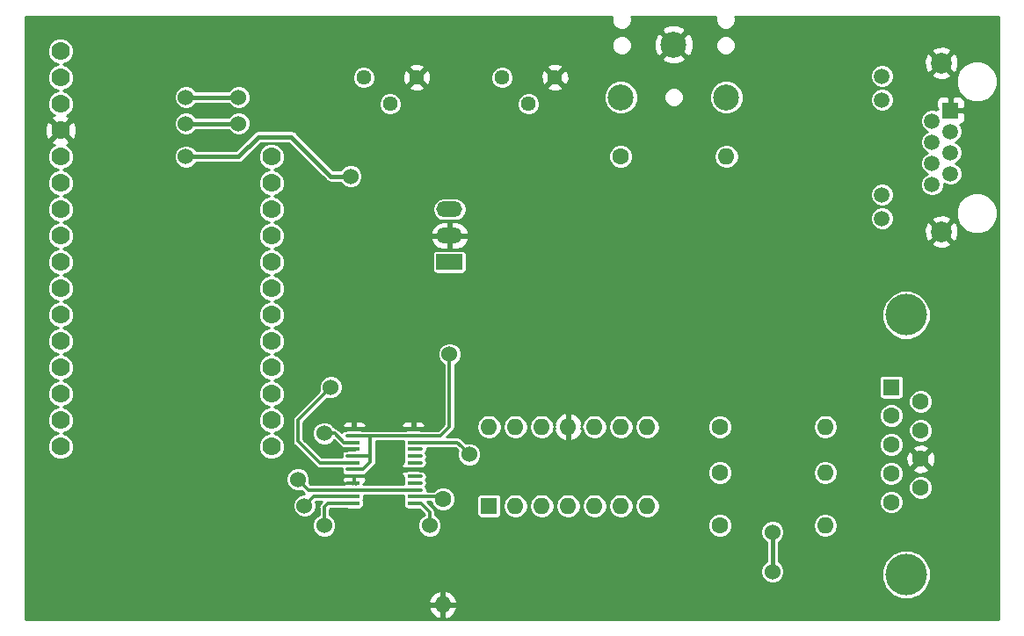
<source format=gtl>
G04 #@! TF.GenerationSoftware,KiCad,Pcbnew,(5.0.0)*
G04 #@! TF.CreationDate,2021-05-18T20:46:35-04:00*
G04 #@! TF.ProjectId,CustomSID_PCB,437573746F6D5349445F5043422E6B69,rev?*
G04 #@! TF.SameCoordinates,Original*
G04 #@! TF.FileFunction,Copper,L1,Top,Signal*
G04 #@! TF.FilePolarity,Positive*
%FSLAX46Y46*%
G04 Gerber Fmt 4.6, Leading zero omitted, Abs format (unit mm)*
G04 Created by KiCad (PCBNEW (5.0.0)) date 05/18/21 20:46:35*
%MOMM*%
%LPD*%
G01*
G04 APERTURE LIST*
G04 #@! TA.AperFunction,ComponentPad*
%ADD10R,1.500000X1.500000*%
G04 #@! TD*
G04 #@! TA.AperFunction,ComponentPad*
%ADD11C,1.500000*%
G04 #@! TD*
G04 #@! TA.AperFunction,ComponentPad*
%ADD12C,2.000000*%
G04 #@! TD*
G04 #@! TA.AperFunction,ComponentPad*
%ADD13C,1.440000*%
G04 #@! TD*
G04 #@! TA.AperFunction,ComponentPad*
%ADD14C,2.500000*%
G04 #@! TD*
G04 #@! TA.AperFunction,ComponentPad*
%ADD15C,1.600000*%
G04 #@! TD*
G04 #@! TA.AperFunction,ComponentPad*
%ADD16O,1.600000X1.600000*%
G04 #@! TD*
G04 #@! TA.AperFunction,SMDPad,CuDef*
%ADD17R,1.100000X0.400000*%
G04 #@! TD*
G04 #@! TA.AperFunction,ComponentPad*
%ADD18R,1.600000X1.600000*%
G04 #@! TD*
G04 #@! TA.AperFunction,ComponentPad*
%ADD19C,1.778000*%
G04 #@! TD*
G04 #@! TA.AperFunction,ComponentPad*
%ADD20R,2.500000X1.500000*%
G04 #@! TD*
G04 #@! TA.AperFunction,ComponentPad*
%ADD21O,2.500000X1.500000*%
G04 #@! TD*
G04 #@! TA.AperFunction,ComponentPad*
%ADD22C,4.000000*%
G04 #@! TD*
G04 #@! TA.AperFunction,ViaPad*
%ADD23C,1.524000*%
G04 #@! TD*
G04 #@! TA.AperFunction,Conductor*
%ADD24C,0.304800*%
G04 #@! TD*
G04 #@! TA.AperFunction,Conductor*
%ADD25C,0.457200*%
G04 #@! TD*
G04 #@! TA.AperFunction,Conductor*
%ADD26C,0.254000*%
G04 #@! TD*
G04 APERTURE END LIST*
D10*
G04 #@! TO.P,J1,1*
G04 #@! TO.N,GND*
X191135000Y-75565000D03*
D11*
G04 #@! TO.P,J1,3*
G04 #@! TO.N,/TX*
X191135000Y-77605000D03*
G04 #@! TO.P,J1,5*
G04 #@! TO.N,Net-(J1-Pad5)*
X191135000Y-79645000D03*
G04 #@! TO.P,J1,7*
G04 #@! TO.N,Net-(J1-Pad7)*
X191135000Y-81685000D03*
G04 #@! TO.P,J1,2*
G04 #@! TO.N,+5V*
X189355000Y-76585000D03*
G04 #@! TO.P,J1,4*
G04 #@! TO.N,Net-(J1-Pad4)*
X189355000Y-78625000D03*
G04 #@! TO.P,J1,6*
G04 #@! TO.N,Net-(J1-Pad6)*
X189355000Y-80665000D03*
G04 #@! TO.P,J1,8*
G04 #@! TO.N,Net-(J1-Pad8)*
X189355000Y-82705000D03*
D12*
G04 #@! TO.P,J1,SH*
G04 #@! TO.N,GND*
X190245000Y-87255000D03*
X190245000Y-70995000D03*
D11*
G04 #@! TO.P,J1,9*
G04 #@! TO.N,Net-(J1-Pad9)*
X184535000Y-72265000D03*
G04 #@! TO.P,J1,10*
G04 #@! TO.N,Net-(J1-Pad10)*
X184535000Y-74555000D03*
G04 #@! TO.P,J1,11*
G04 #@! TO.N,Net-(J1-Pad11)*
X184535000Y-83695000D03*
G04 #@! TO.P,J1,12*
G04 #@! TO.N,Net-(J1-Pad12)*
X184535000Y-85985000D03*
G04 #@! TD*
D13*
G04 #@! TO.P,RV2,1*
G04 #@! TO.N,+3V3*
X147955000Y-72390000D03*
G04 #@! TO.P,RV2,2*
G04 #@! TO.N,Net-(RV2-Pad2)*
X150495000Y-74930000D03*
G04 #@! TO.P,RV2,3*
G04 #@! TO.N,GND*
X153035000Y-72390000D03*
G04 #@! TD*
D14*
G04 #@! TO.P,J3,T*
G04 #@! TO.N,Net-(J3-PadT)*
X159385000Y-74295000D03*
G04 #@! TO.P,J3,TN*
G04 #@! TO.N,Net-(J3-PadTN)*
X169545000Y-74295000D03*
G04 #@! TO.P,J3,S*
G04 #@! TO.N,GND*
X164465000Y-69215000D03*
G04 #@! TD*
D15*
G04 #@! TO.P,R5,1*
G04 #@! TO.N,Net-(J3-PadT)*
X159385000Y-80010000D03*
D16*
G04 #@! TO.P,R5,2*
G04 #@! TO.N,Net-(R5-Pad2)*
X169545000Y-80010000D03*
G04 #@! TD*
D17*
G04 #@! TO.P,U3,1*
G04 #@! TO.N,GND*
X133675000Y-106280000D03*
G04 #@! TO.P,U3,2*
G04 #@! TO.N,+12V*
X133675000Y-106930000D03*
G04 #@! TO.P,U3,3*
G04 #@! TO.N,/SPEED*
X133675000Y-107580000D03*
G04 #@! TO.P,U3,4*
G04 #@! TO.N,GND*
X133675000Y-108230000D03*
G04 #@! TO.P,U3,5*
G04 #@! TO.N,+12V*
X133675000Y-108880000D03*
G04 #@! TO.P,U3,6*
G04 #@! TO.N,/REF*
X133675000Y-109530000D03*
G04 #@! TO.P,U3,7*
G04 #@! TO.N,+12V*
X133675000Y-110180000D03*
G04 #@! TO.P,U3,8*
G04 #@! TO.N,GND*
X133675000Y-110830000D03*
G04 #@! TO.P,U3,9*
X133675000Y-111480000D03*
G04 #@! TO.P,U3,10*
G04 #@! TO.N,+3V3*
X133675000Y-112130000D03*
G04 #@! TO.P,U3,11*
G04 #@! TO.N,/MOSI*
X133675000Y-112780000D03*
G04 #@! TO.P,U3,12*
G04 #@! TO.N,/SCK*
X133675000Y-113430000D03*
G04 #@! TO.P,U3,13*
G04 #@! TO.N,/CS*
X139375000Y-113430000D03*
G04 #@! TO.P,U3,14*
G04 #@! TO.N,/RES*
X139375000Y-112780000D03*
G04 #@! TO.P,U3,15*
G04 #@! TO.N,+3V3*
X139375000Y-112130000D03*
G04 #@! TO.P,U3,16*
G04 #@! TO.N,Net-(U3-Pad16)*
X139375000Y-111480000D03*
G04 #@! TO.P,U3,17*
G04 #@! TO.N,Net-(U3-Pad17)*
X139375000Y-110830000D03*
G04 #@! TO.P,U3,18*
G04 #@! TO.N,GND*
X139375000Y-110180000D03*
G04 #@! TO.P,U3,19*
G04 #@! TO.N,Net-(U3-Pad19)*
X139375000Y-109530000D03*
G04 #@! TO.P,U3,20*
G04 #@! TO.N,Net-(U3-Pad20)*
X139375000Y-108880000D03*
G04 #@! TO.P,U3,21*
G04 #@! TO.N,Net-(U3-Pad21)*
X139375000Y-108230000D03*
G04 #@! TO.P,U3,22*
G04 #@! TO.N,/DIR*
X139375000Y-107580000D03*
G04 #@! TO.P,U3,23*
G04 #@! TO.N,+12V*
X139375000Y-106930000D03*
G04 #@! TO.P,U3,24*
G04 #@! TO.N,GND*
X139375000Y-106280000D03*
G04 #@! TD*
D15*
G04 #@! TO.P,R4,1*
G04 #@! TO.N,/RES*
X142240000Y-113030000D03*
D16*
G04 #@! TO.P,R4,2*
G04 #@! TO.N,GND*
X142240000Y-123190000D03*
G04 #@! TD*
D13*
G04 #@! TO.P,RV1,3*
G04 #@! TO.N,GND*
X139700000Y-72390000D03*
G04 #@! TO.P,RV1,2*
G04 #@! TO.N,Net-(RV1-Pad2)*
X137160000Y-74930000D03*
G04 #@! TO.P,RV1,1*
G04 #@! TO.N,+3V3*
X134620000Y-72390000D03*
G04 #@! TD*
D18*
G04 #@! TO.P,U4,1*
G04 #@! TO.N,/SPEED_BUF*
X146685000Y-113665000D03*
D16*
G04 #@! TO.P,U4,8*
G04 #@! TO.N,/REF_BUF*
X161925000Y-106045000D03*
G04 #@! TO.P,U4,2*
G04 #@! TO.N,/SPEED_BUF*
X149225000Y-113665000D03*
G04 #@! TO.P,U4,9*
G04 #@! TO.N,/REF_BUF*
X159385000Y-106045000D03*
G04 #@! TO.P,U4,3*
G04 #@! TO.N,/SPEED*
X151765000Y-113665000D03*
G04 #@! TO.P,U4,10*
G04 #@! TO.N,/REF*
X156845000Y-106045000D03*
G04 #@! TO.P,U4,4*
G04 #@! TO.N,+12V*
X154305000Y-113665000D03*
G04 #@! TO.P,U4,11*
G04 #@! TO.N,GND*
X154305000Y-106045000D03*
G04 #@! TO.P,U4,5*
G04 #@! TO.N,/DIR*
X156845000Y-113665000D03*
G04 #@! TO.P,U4,12*
G04 #@! TO.N,N/C*
X151765000Y-106045000D03*
G04 #@! TO.P,U4,6*
G04 #@! TO.N,/DIR_BUF*
X159385000Y-113665000D03*
G04 #@! TO.P,U4,13*
G04 #@! TO.N,N/C*
X149225000Y-106045000D03*
G04 #@! TO.P,U4,7*
G04 #@! TO.N,/DIR_BUF*
X161925000Y-113665000D03*
G04 #@! TO.P,U4,14*
G04 #@! TO.N,N/C*
X146685000Y-106045000D03*
G04 #@! TD*
D19*
G04 #@! TO.P,U1,1*
G04 #@! TO.N,Net-(U1-Pad1)*
X105410000Y-69850000D03*
G04 #@! TO.P,U1,3*
G04 #@! TO.N,Net-(U1-Pad3)*
X105410000Y-74930000D03*
G04 #@! TO.P,U1,4*
G04 #@! TO.N,GND*
X105410000Y-77470000D03*
G04 #@! TO.P,U1,5*
G04 #@! TO.N,Net-(RV1-Pad2)*
X105410000Y-80010000D03*
G04 #@! TO.P,U1,6*
G04 #@! TO.N,Net-(RV2-Pad2)*
X105410000Y-82550000D03*
G04 #@! TO.P,U1,7*
G04 #@! TO.N,Net-(R5-Pad2)*
X105410000Y-85090000D03*
G04 #@! TO.P,U1,8*
G04 #@! TO.N,Net-(U1-Pad8)*
X105410000Y-87630000D03*
G04 #@! TO.P,U1,9*
G04 #@! TO.N,Net-(U1-Pad9)*
X105410000Y-90170000D03*
G04 #@! TO.P,U1,10*
G04 #@! TO.N,Net-(U1-Pad10)*
X105410000Y-92710000D03*
G04 #@! TO.P,U1,11*
G04 #@! TO.N,/SCK*
X105410000Y-95250000D03*
G04 #@! TO.P,U1,12*
G04 #@! TO.N,/MOSI*
X105410000Y-97790000D03*
G04 #@! TO.P,U1,13*
G04 #@! TO.N,Net-(U1-Pad13)*
X105410000Y-100330000D03*
G04 #@! TO.P,U1,14*
G04 #@! TO.N,Net-(U1-Pad14)*
X105410000Y-102870000D03*
G04 #@! TO.P,U1,15*
G04 #@! TO.N,Net-(U1-Pad15)*
X105410000Y-105410000D03*
G04 #@! TO.P,U1,16*
G04 #@! TO.N,Net-(U1-Pad16)*
X105410000Y-107950000D03*
G04 #@! TO.P,U1,17*
G04 #@! TO.N,Net-(U1-Pad17)*
X125730000Y-107950000D03*
G04 #@! TO.P,U1,18*
G04 #@! TO.N,Net-(U1-Pad18)*
X125730000Y-105410000D03*
G04 #@! TO.P,U1,19*
G04 #@! TO.N,Net-(U1-Pad19)*
X125730000Y-102870000D03*
G04 #@! TO.P,U1,20*
G04 #@! TO.N,/TX*
X125730000Y-100330000D03*
G04 #@! TO.P,U1,21*
G04 #@! TO.N,/CS*
X125730000Y-97790000D03*
G04 #@! TO.P,U1,22*
G04 #@! TO.N,/RES*
X125730000Y-95250000D03*
G04 #@! TO.P,U1,23*
G04 #@! TO.N,/MODE*
X125730000Y-92710000D03*
G04 #@! TO.P,U1,24*
G04 #@! TO.N,Net-(U1-Pad24)*
X125730000Y-90170000D03*
G04 #@! TO.P,U1,25*
G04 #@! TO.N,Net-(U1-Pad25)*
X125730000Y-87630000D03*
G04 #@! TO.P,U1,26*
G04 #@! TO.N,+5V*
X125730000Y-85090000D03*
G04 #@! TO.P,U1,27*
G04 #@! TO.N,Net-(U1-Pad27)*
X125730000Y-82550000D03*
G04 #@! TO.P,U1,28*
G04 #@! TO.N,Net-(U1-Pad28)*
X125730000Y-80010000D03*
G04 #@! TO.P,U1,2*
G04 #@! TO.N,+3V3*
X105410000Y-72390000D03*
G04 #@! TD*
D20*
G04 #@! TO.P,U2,1*
G04 #@! TO.N,+12V*
X142875000Y-90170000D03*
D21*
G04 #@! TO.P,U2,2*
G04 #@! TO.N,GND*
X142875000Y-87630000D03*
G04 #@! TO.P,U2,3*
G04 #@! TO.N,+5V*
X142875000Y-85090000D03*
G04 #@! TD*
D18*
G04 #@! TO.P,J2,1*
G04 #@! TO.N,Net-(J2-Pad1)*
X185420000Y-102235000D03*
D15*
G04 #@! TO.P,J2,2*
G04 #@! TO.N,Net-(J2-Pad2)*
X185420000Y-105005000D03*
G04 #@! TO.P,J2,3*
G04 #@! TO.N,Net-(J2-Pad3)*
X185420000Y-107775000D03*
G04 #@! TO.P,J2,4*
G04 #@! TO.N,Net-(J2-Pad4)*
X185420000Y-110545000D03*
G04 #@! TO.P,J2,5*
G04 #@! TO.N,Net-(J2-Pad5)*
X185420000Y-113315000D03*
G04 #@! TO.P,J2,6*
G04 #@! TO.N,/MODE*
X188260000Y-103620000D03*
G04 #@! TO.P,J2,7*
G04 #@! TO.N,+12V*
X188260000Y-106390000D03*
G04 #@! TO.P,J2,8*
G04 #@! TO.N,GND*
X188260000Y-109160000D03*
G04 #@! TO.P,J2,9*
G04 #@! TO.N,Net-(J2-Pad9)*
X188260000Y-111930000D03*
D22*
G04 #@! TO.P,J2,0*
G04 #@! TO.N,N/C*
X186840000Y-120275000D03*
X186840000Y-95275000D03*
G04 #@! TD*
D15*
G04 #@! TO.P,R3,1*
G04 #@! TO.N,/REF_BUF*
X168910000Y-115570000D03*
D16*
G04 #@! TO.P,R3,2*
G04 #@! TO.N,Net-(J2-Pad3)*
X179070000Y-115570000D03*
G04 #@! TD*
G04 #@! TO.P,R2,2*
G04 #@! TO.N,Net-(J2-Pad2)*
X179070000Y-110490000D03*
D15*
G04 #@! TO.P,R2,1*
G04 #@! TO.N,/DIR_BUF*
X168910000Y-110490000D03*
G04 #@! TD*
G04 #@! TO.P,R1,1*
G04 #@! TO.N,/SPEED_BUF*
X168910000Y-106045000D03*
D16*
G04 #@! TO.P,R1,2*
G04 #@! TO.N,Net-(J2-Pad1)*
X179070000Y-106045000D03*
G04 #@! TD*
D23*
G04 #@! TO.N,GND*
X108585000Y-77470000D03*
X147955000Y-87630000D03*
X144145000Y-72390000D03*
X190754000Y-109220000D03*
X189230000Y-73660000D03*
X157480000Y-72390000D03*
G04 #@! TO.N,Net-(RV1-Pad2)*
X117475000Y-74295000D03*
X122555000Y-74295000D03*
G04 #@! TO.N,+3V3*
X128270000Y-111125000D03*
G04 #@! TO.N,Net-(RV2-Pad2)*
X122555000Y-76835000D03*
X117475000Y-76835000D03*
G04 #@! TO.N,+12V*
X142875000Y-99060000D03*
G04 #@! TO.N,/SPEED*
X130810000Y-106680000D03*
G04 #@! TO.N,/REF*
X131445000Y-102235000D03*
G04 #@! TO.N,/DIR*
X144780000Y-108712000D03*
G04 #@! TO.N,/MOSI*
X128905000Y-113665000D03*
G04 #@! TO.N,/SCK*
X130810000Y-115570000D03*
G04 #@! TO.N,/CS*
X140970000Y-115570000D03*
G04 #@! TO.N,/SPEED_BUF*
X173990000Y-116205000D03*
X173990000Y-120015000D03*
G04 #@! TO.N,Net-(R5-Pad2)*
X117475000Y-80010000D03*
X133350000Y-81915000D03*
G04 #@! TD*
D24*
G04 #@! TO.N,GND*
X133675000Y-110830000D02*
X133675000Y-111480000D01*
X136312000Y-110830000D02*
X133675000Y-110830000D01*
X139375000Y-110180000D02*
X136962000Y-110180000D01*
X136962000Y-110180000D02*
X136312000Y-110830000D01*
X140179000Y-110180000D02*
X140184200Y-110185200D01*
X139375000Y-110180000D02*
X140179000Y-110180000D01*
X140184200Y-110185200D02*
X141351000Y-110185200D01*
X133675000Y-110830000D02*
X131816200Y-110830000D01*
X133675000Y-106280000D02*
X133675000Y-105237400D01*
X139375000Y-106280000D02*
X139375000Y-105161200D01*
X131064000Y-104394000D02*
X131318000Y-104394000D01*
X129387610Y-106070390D02*
X131064000Y-104394000D01*
X129387610Y-107289610D02*
X129387610Y-106070390D01*
X133675000Y-108230000D02*
X130328000Y-108230000D01*
X130328000Y-108230000D02*
X129387610Y-107289610D01*
X133675000Y-111480000D02*
X133025000Y-111480000D01*
X133675000Y-106280000D02*
X133025000Y-106280000D01*
X139375000Y-106280000D02*
X140175000Y-106280000D01*
D25*
G04 #@! TO.N,Net-(RV1-Pad2)*
X117475000Y-74295000D02*
X122555000Y-74295000D01*
D24*
G04 #@! TO.N,+3V3*
X133675000Y-112130000D02*
X134529800Y-112130000D01*
X134529800Y-112130000D02*
X139375000Y-112130000D01*
X129275000Y-112130000D02*
X133675000Y-112130000D01*
X128270000Y-111125000D02*
X129275000Y-112130000D01*
X139375000Y-112130000D02*
X140175000Y-112130000D01*
D25*
G04 #@! TO.N,Net-(RV2-Pad2)*
X122555000Y-76835000D02*
X117475000Y-76835000D01*
D24*
G04 #@! TO.N,+12V*
X134529800Y-110180000D02*
X135255000Y-109454800D01*
X133675000Y-110180000D02*
X134529800Y-110180000D01*
X133675000Y-106930000D02*
X135255000Y-106930000D01*
X135255000Y-106930000D02*
X139375000Y-106930000D01*
X135087000Y-108880000D02*
X135255000Y-108712000D01*
X133675000Y-108880000D02*
X135087000Y-108880000D01*
X135255000Y-109454800D02*
X135255000Y-108712000D01*
X135255000Y-108712000D02*
X135255000Y-106930000D01*
X133675000Y-106930000D02*
X133025000Y-106930000D01*
X133675000Y-108880000D02*
X133025000Y-108880000D01*
X133675000Y-110180000D02*
X133025000Y-110180000D01*
X139375000Y-106930000D02*
X141990000Y-106930000D01*
X141990000Y-106930000D02*
X142875000Y-106045000D01*
X142875000Y-106045000D02*
X142875000Y-99060000D01*
G04 #@! TO.N,/SPEED*
X130810000Y-106680000D02*
X131826000Y-106680000D01*
X131826000Y-106680000D02*
X132726000Y-107580000D01*
X132726000Y-107580000D02*
X133675000Y-107580000D01*
G04 #@! TO.N,/REF*
X131445000Y-102235000D02*
X128270000Y-105410000D01*
X128270000Y-105410000D02*
X128270000Y-107442000D01*
X128270000Y-107442000D02*
X130358000Y-109530000D01*
X130358000Y-109530000D02*
X133675000Y-109530000D01*
G04 #@! TO.N,Net-(U3-Pad16)*
X139375000Y-111480000D02*
X140175000Y-111480000D01*
G04 #@! TO.N,Net-(U3-Pad17)*
X139375000Y-110830000D02*
X140175000Y-110830000D01*
G04 #@! TO.N,Net-(U3-Pad19)*
X139375000Y-109530000D02*
X140175000Y-109530000D01*
G04 #@! TO.N,Net-(U3-Pad20)*
X139375000Y-108880000D02*
X140175000Y-108880000D01*
G04 #@! TO.N,Net-(U3-Pad21)*
X139375000Y-108230000D02*
X140175000Y-108230000D01*
G04 #@! TO.N,/DIR*
X144018001Y-107950001D02*
X144780000Y-108712000D01*
X143648000Y-107580000D02*
X144018001Y-107950001D01*
X139375000Y-107580000D02*
X143648000Y-107580000D01*
D25*
G04 #@! TO.N,Net-(J2-Pad2)*
X179125000Y-110545000D02*
X179070000Y-110490000D01*
D24*
G04 #@! TO.N,/MOSI*
X128905000Y-113665000D02*
X129790000Y-112780000D01*
X129790000Y-112780000D02*
X133675000Y-112780000D01*
G04 #@! TO.N,/SCK*
X130810000Y-115570000D02*
X130810000Y-113792000D01*
X130810000Y-113792000D02*
X131172000Y-113430000D01*
X131172000Y-113430000D02*
X133675000Y-113430000D01*
G04 #@! TO.N,/CS*
X140100000Y-113430000D02*
X139375000Y-113430000D01*
X140970000Y-115570000D02*
X140970000Y-114300000D01*
X140970000Y-114300000D02*
X140100000Y-113430000D01*
D25*
G04 #@! TO.N,/SPEED_BUF*
X173990000Y-116205000D02*
X173990000Y-120015000D01*
D24*
G04 #@! TO.N,/RES*
X141990000Y-112780000D02*
X142240000Y-113030000D01*
X139375000Y-112780000D02*
X141990000Y-112780000D01*
D25*
G04 #@! TO.N,Net-(R5-Pad2)*
X122555000Y-80010000D02*
X117475000Y-80010000D01*
X124460000Y-78105000D02*
X122555000Y-80010000D01*
X127635000Y-78105000D02*
X124460000Y-78105000D01*
X133350000Y-81915000D02*
X131445000Y-81915000D01*
X131445000Y-81915000D02*
X127635000Y-78105000D01*
G04 #@! TD*
D26*
G04 #@! TO.N,GND*
G36*
X158484000Y-66599867D02*
X158484000Y-66990133D01*
X158633348Y-67350692D01*
X158909308Y-67626652D01*
X159269867Y-67776000D01*
X159660133Y-67776000D01*
X160020692Y-67626652D01*
X160296652Y-67350692D01*
X160446000Y-66990133D01*
X160446000Y-66599867D01*
X160402977Y-66496000D01*
X168527023Y-66496000D01*
X168484000Y-66599867D01*
X168484000Y-66990133D01*
X168633348Y-67350692D01*
X168909308Y-67626652D01*
X169269867Y-67776000D01*
X169660133Y-67776000D01*
X170020692Y-67626652D01*
X170296652Y-67350692D01*
X170446000Y-66990133D01*
X170446000Y-66599867D01*
X170402977Y-66496000D01*
X195759000Y-66496000D01*
X195759001Y-124639000D01*
X102056000Y-124639000D01*
X102056000Y-123539041D01*
X140848086Y-123539041D01*
X141087611Y-124045134D01*
X141502577Y-124421041D01*
X141890961Y-124581904D01*
X142113000Y-124459915D01*
X142113000Y-123317000D01*
X142367000Y-123317000D01*
X142367000Y-124459915D01*
X142589039Y-124581904D01*
X142977423Y-124421041D01*
X143392389Y-124045134D01*
X143631914Y-123539041D01*
X143510629Y-123317000D01*
X142367000Y-123317000D01*
X142113000Y-123317000D01*
X140969371Y-123317000D01*
X140848086Y-123539041D01*
X102056000Y-123539041D01*
X102056000Y-122840959D01*
X140848086Y-122840959D01*
X140969371Y-123063000D01*
X142113000Y-123063000D01*
X142113000Y-121920085D01*
X142367000Y-121920085D01*
X142367000Y-123063000D01*
X143510629Y-123063000D01*
X143631914Y-122840959D01*
X143392389Y-122334866D01*
X142977423Y-121958959D01*
X142589039Y-121798096D01*
X142367000Y-121920085D01*
X142113000Y-121920085D01*
X141890961Y-121798096D01*
X141502577Y-121958959D01*
X141087611Y-122334866D01*
X140848086Y-122840959D01*
X102056000Y-122840959D01*
X102056000Y-110897643D01*
X127127000Y-110897643D01*
X127127000Y-111352357D01*
X127301011Y-111772458D01*
X127622542Y-112093989D01*
X128042643Y-112268000D01*
X128497357Y-112268000D01*
X128611415Y-112220756D01*
X128860686Y-112470028D01*
X128890441Y-112514559D01*
X128901577Y-112522000D01*
X128677643Y-112522000D01*
X128257542Y-112696011D01*
X127936011Y-113017542D01*
X127762000Y-113437643D01*
X127762000Y-113892357D01*
X127936011Y-114312458D01*
X128257542Y-114633989D01*
X128677643Y-114808000D01*
X129132357Y-114808000D01*
X129552458Y-114633989D01*
X129873989Y-114312458D01*
X130048000Y-113892357D01*
X130048000Y-113437643D01*
X130000756Y-113323585D01*
X130010941Y-113313400D01*
X130534260Y-113313400D01*
X130469975Y-113377685D01*
X130425442Y-113407441D01*
X130395686Y-113451974D01*
X130395685Y-113451975D01*
X130307550Y-113583878D01*
X130266152Y-113792000D01*
X130276601Y-113844530D01*
X130276601Y-114553767D01*
X130162542Y-114601011D01*
X129841011Y-114922542D01*
X129667000Y-115342643D01*
X129667000Y-115797357D01*
X129841011Y-116217458D01*
X130162542Y-116538989D01*
X130582643Y-116713000D01*
X131037357Y-116713000D01*
X131457458Y-116538989D01*
X131778989Y-116217458D01*
X131953000Y-115797357D01*
X131953000Y-115342643D01*
X131778989Y-114922542D01*
X131457458Y-114601011D01*
X131343400Y-114553767D01*
X131343400Y-114012940D01*
X131392941Y-113963400D01*
X132938186Y-113963400D01*
X132976341Y-113988894D01*
X133125000Y-114018464D01*
X134225000Y-114018464D01*
X134373659Y-113988894D01*
X134499686Y-113904686D01*
X134583894Y-113778659D01*
X134613464Y-113630000D01*
X134613464Y-113230000D01*
X134588600Y-113105000D01*
X134613464Y-112980000D01*
X134613464Y-112663400D01*
X138436536Y-112663400D01*
X138436536Y-112980000D01*
X138461400Y-113105000D01*
X138436536Y-113230000D01*
X138436536Y-113630000D01*
X138466106Y-113778659D01*
X138550314Y-113904686D01*
X138676341Y-113988894D01*
X138825000Y-114018464D01*
X139925000Y-114018464D01*
X139932610Y-114016950D01*
X140436601Y-114520942D01*
X140436601Y-114553766D01*
X140322542Y-114601011D01*
X140001011Y-114922542D01*
X139827000Y-115342643D01*
X139827000Y-115797357D01*
X140001011Y-116217458D01*
X140322542Y-116538989D01*
X140742643Y-116713000D01*
X141197357Y-116713000D01*
X141617458Y-116538989D01*
X141938989Y-116217458D01*
X142113000Y-115797357D01*
X142113000Y-115342643D01*
X142109870Y-115335085D01*
X167729000Y-115335085D01*
X167729000Y-115804915D01*
X167908797Y-116238983D01*
X168241017Y-116571203D01*
X168675085Y-116751000D01*
X169144915Y-116751000D01*
X169578983Y-116571203D01*
X169911203Y-116238983D01*
X170019453Y-115977643D01*
X172847000Y-115977643D01*
X172847000Y-116432357D01*
X173021011Y-116852458D01*
X173342542Y-117173989D01*
X173380400Y-117189670D01*
X173380401Y-119030329D01*
X173342542Y-119046011D01*
X173021011Y-119367542D01*
X172847000Y-119787643D01*
X172847000Y-120242357D01*
X173021011Y-120662458D01*
X173342542Y-120983989D01*
X173762643Y-121158000D01*
X174217357Y-121158000D01*
X174637458Y-120983989D01*
X174958989Y-120662458D01*
X175133000Y-120242357D01*
X175133000Y-119801390D01*
X184459000Y-119801390D01*
X184459000Y-120748610D01*
X184821485Y-121623728D01*
X185491272Y-122293515D01*
X186366390Y-122656000D01*
X187313610Y-122656000D01*
X188188728Y-122293515D01*
X188858515Y-121623728D01*
X189221000Y-120748610D01*
X189221000Y-119801390D01*
X188858515Y-118926272D01*
X188188728Y-118256485D01*
X187313610Y-117894000D01*
X186366390Y-117894000D01*
X185491272Y-118256485D01*
X184821485Y-118926272D01*
X184459000Y-119801390D01*
X175133000Y-119801390D01*
X175133000Y-119787643D01*
X174958989Y-119367542D01*
X174637458Y-119046011D01*
X174599600Y-119030330D01*
X174599600Y-117189670D01*
X174637458Y-117173989D01*
X174958989Y-116852458D01*
X175133000Y-116432357D01*
X175133000Y-115977643D01*
X174964150Y-115570000D01*
X177865863Y-115570000D01*
X177957522Y-116030803D01*
X178218547Y-116421453D01*
X178609197Y-116682478D01*
X178953682Y-116751000D01*
X179186318Y-116751000D01*
X179530803Y-116682478D01*
X179921453Y-116421453D01*
X180182478Y-116030803D01*
X180274137Y-115570000D01*
X180182478Y-115109197D01*
X179921453Y-114718547D01*
X179530803Y-114457522D01*
X179186318Y-114389000D01*
X178953682Y-114389000D01*
X178609197Y-114457522D01*
X178218547Y-114718547D01*
X177957522Y-115109197D01*
X177865863Y-115570000D01*
X174964150Y-115570000D01*
X174958989Y-115557542D01*
X174637458Y-115236011D01*
X174217357Y-115062000D01*
X173762643Y-115062000D01*
X173342542Y-115236011D01*
X173021011Y-115557542D01*
X172847000Y-115977643D01*
X170019453Y-115977643D01*
X170091000Y-115804915D01*
X170091000Y-115335085D01*
X169911203Y-114901017D01*
X169578983Y-114568797D01*
X169144915Y-114389000D01*
X168675085Y-114389000D01*
X168241017Y-114568797D01*
X167908797Y-114901017D01*
X167729000Y-115335085D01*
X142109870Y-115335085D01*
X141938989Y-114922542D01*
X141617458Y-114601011D01*
X141503400Y-114553767D01*
X141503400Y-114352527D01*
X141513848Y-114300000D01*
X141503400Y-114247473D01*
X141503400Y-114247469D01*
X141472451Y-114091878D01*
X141354559Y-113915441D01*
X141310025Y-113885684D01*
X140737740Y-113313400D01*
X141079083Y-113313400D01*
X141238797Y-113698983D01*
X141571017Y-114031203D01*
X142005085Y-114211000D01*
X142474915Y-114211000D01*
X142908983Y-114031203D01*
X143241203Y-113698983D01*
X143421000Y-113264915D01*
X143421000Y-112865000D01*
X145496536Y-112865000D01*
X145496536Y-114465000D01*
X145526106Y-114613659D01*
X145610314Y-114739686D01*
X145736341Y-114823894D01*
X145885000Y-114853464D01*
X147485000Y-114853464D01*
X147633659Y-114823894D01*
X147759686Y-114739686D01*
X147843894Y-114613659D01*
X147873464Y-114465000D01*
X147873464Y-113665000D01*
X148020863Y-113665000D01*
X148112522Y-114125803D01*
X148373547Y-114516453D01*
X148764197Y-114777478D01*
X149108682Y-114846000D01*
X149341318Y-114846000D01*
X149685803Y-114777478D01*
X150076453Y-114516453D01*
X150337478Y-114125803D01*
X150429137Y-113665000D01*
X150560863Y-113665000D01*
X150652522Y-114125803D01*
X150913547Y-114516453D01*
X151304197Y-114777478D01*
X151648682Y-114846000D01*
X151881318Y-114846000D01*
X152225803Y-114777478D01*
X152616453Y-114516453D01*
X152877478Y-114125803D01*
X152969137Y-113665000D01*
X153100863Y-113665000D01*
X153192522Y-114125803D01*
X153453547Y-114516453D01*
X153844197Y-114777478D01*
X154188682Y-114846000D01*
X154421318Y-114846000D01*
X154765803Y-114777478D01*
X155156453Y-114516453D01*
X155417478Y-114125803D01*
X155509137Y-113665000D01*
X155640863Y-113665000D01*
X155732522Y-114125803D01*
X155993547Y-114516453D01*
X156384197Y-114777478D01*
X156728682Y-114846000D01*
X156961318Y-114846000D01*
X157305803Y-114777478D01*
X157696453Y-114516453D01*
X157957478Y-114125803D01*
X158049137Y-113665000D01*
X158180863Y-113665000D01*
X158272522Y-114125803D01*
X158533547Y-114516453D01*
X158924197Y-114777478D01*
X159268682Y-114846000D01*
X159501318Y-114846000D01*
X159845803Y-114777478D01*
X160236453Y-114516453D01*
X160497478Y-114125803D01*
X160589137Y-113665000D01*
X160720863Y-113665000D01*
X160812522Y-114125803D01*
X161073547Y-114516453D01*
X161464197Y-114777478D01*
X161808682Y-114846000D01*
X162041318Y-114846000D01*
X162385803Y-114777478D01*
X162776453Y-114516453D01*
X163037478Y-114125803D01*
X163129137Y-113665000D01*
X163037478Y-113204197D01*
X162954549Y-113080085D01*
X184239000Y-113080085D01*
X184239000Y-113549915D01*
X184418797Y-113983983D01*
X184751017Y-114316203D01*
X185185085Y-114496000D01*
X185654915Y-114496000D01*
X186088983Y-114316203D01*
X186421203Y-113983983D01*
X186601000Y-113549915D01*
X186601000Y-113080085D01*
X186421203Y-112646017D01*
X186088983Y-112313797D01*
X185654915Y-112134000D01*
X185185085Y-112134000D01*
X184751017Y-112313797D01*
X184418797Y-112646017D01*
X184239000Y-113080085D01*
X162954549Y-113080085D01*
X162776453Y-112813547D01*
X162385803Y-112552522D01*
X162041318Y-112484000D01*
X161808682Y-112484000D01*
X161464197Y-112552522D01*
X161073547Y-112813547D01*
X160812522Y-113204197D01*
X160720863Y-113665000D01*
X160589137Y-113665000D01*
X160497478Y-113204197D01*
X160236453Y-112813547D01*
X159845803Y-112552522D01*
X159501318Y-112484000D01*
X159268682Y-112484000D01*
X158924197Y-112552522D01*
X158533547Y-112813547D01*
X158272522Y-113204197D01*
X158180863Y-113665000D01*
X158049137Y-113665000D01*
X157957478Y-113204197D01*
X157696453Y-112813547D01*
X157305803Y-112552522D01*
X156961318Y-112484000D01*
X156728682Y-112484000D01*
X156384197Y-112552522D01*
X155993547Y-112813547D01*
X155732522Y-113204197D01*
X155640863Y-113665000D01*
X155509137Y-113665000D01*
X155417478Y-113204197D01*
X155156453Y-112813547D01*
X154765803Y-112552522D01*
X154421318Y-112484000D01*
X154188682Y-112484000D01*
X153844197Y-112552522D01*
X153453547Y-112813547D01*
X153192522Y-113204197D01*
X153100863Y-113665000D01*
X152969137Y-113665000D01*
X152877478Y-113204197D01*
X152616453Y-112813547D01*
X152225803Y-112552522D01*
X151881318Y-112484000D01*
X151648682Y-112484000D01*
X151304197Y-112552522D01*
X150913547Y-112813547D01*
X150652522Y-113204197D01*
X150560863Y-113665000D01*
X150429137Y-113665000D01*
X150337478Y-113204197D01*
X150076453Y-112813547D01*
X149685803Y-112552522D01*
X149341318Y-112484000D01*
X149108682Y-112484000D01*
X148764197Y-112552522D01*
X148373547Y-112813547D01*
X148112522Y-113204197D01*
X148020863Y-113665000D01*
X147873464Y-113665000D01*
X147873464Y-112865000D01*
X147843894Y-112716341D01*
X147759686Y-112590314D01*
X147633659Y-112506106D01*
X147485000Y-112476536D01*
X145885000Y-112476536D01*
X145736341Y-112506106D01*
X145610314Y-112590314D01*
X145526106Y-112716341D01*
X145496536Y-112865000D01*
X143421000Y-112865000D01*
X143421000Y-112795085D01*
X143241203Y-112361017D01*
X142908983Y-112028797D01*
X142474915Y-111849000D01*
X142005085Y-111849000D01*
X141571017Y-112028797D01*
X141353214Y-112246600D01*
X140695656Y-112246600D01*
X140718849Y-112130000D01*
X140677451Y-111921878D01*
X140599355Y-111805000D01*
X140677451Y-111688122D01*
X140718849Y-111480000D01*
X140677451Y-111271878D01*
X140599355Y-111155000D01*
X140677451Y-111038122D01*
X140718849Y-110830000D01*
X140677451Y-110621878D01*
X140560000Y-110446101D01*
X140560000Y-110438750D01*
X140401250Y-110280000D01*
X140086970Y-110280000D01*
X140073659Y-110271106D01*
X139993116Y-110255085D01*
X167729000Y-110255085D01*
X167729000Y-110724915D01*
X167908797Y-111158983D01*
X168241017Y-111491203D01*
X168675085Y-111671000D01*
X169144915Y-111671000D01*
X169578983Y-111491203D01*
X169911203Y-111158983D01*
X170091000Y-110724915D01*
X170091000Y-110490000D01*
X177865863Y-110490000D01*
X177957522Y-110950803D01*
X178218547Y-111341453D01*
X178609197Y-111602478D01*
X178953682Y-111671000D01*
X179186318Y-111671000D01*
X179530803Y-111602478D01*
X179921453Y-111341453D01*
X180182478Y-110950803D01*
X180274137Y-110490000D01*
X180238350Y-110310085D01*
X184239000Y-110310085D01*
X184239000Y-110779915D01*
X184418797Y-111213983D01*
X184751017Y-111546203D01*
X185185085Y-111726000D01*
X185654915Y-111726000D01*
X185729550Y-111695085D01*
X187079000Y-111695085D01*
X187079000Y-112164915D01*
X187258797Y-112598983D01*
X187591017Y-112931203D01*
X188025085Y-113111000D01*
X188494915Y-113111000D01*
X188928983Y-112931203D01*
X189261203Y-112598983D01*
X189441000Y-112164915D01*
X189441000Y-111695085D01*
X189261203Y-111261017D01*
X188928983Y-110928797D01*
X188494915Y-110749000D01*
X188025085Y-110749000D01*
X187591017Y-110928797D01*
X187258797Y-111261017D01*
X187079000Y-111695085D01*
X185729550Y-111695085D01*
X186088983Y-111546203D01*
X186421203Y-111213983D01*
X186601000Y-110779915D01*
X186601000Y-110310085D01*
X186542041Y-110167745D01*
X187431861Y-110167745D01*
X187505995Y-110413864D01*
X188043223Y-110606965D01*
X188613454Y-110579778D01*
X189014005Y-110413864D01*
X189088139Y-110167745D01*
X188260000Y-109339605D01*
X187431861Y-110167745D01*
X186542041Y-110167745D01*
X186421203Y-109876017D01*
X186088983Y-109543797D01*
X185654915Y-109364000D01*
X185185085Y-109364000D01*
X184751017Y-109543797D01*
X184418797Y-109876017D01*
X184239000Y-110310085D01*
X180238350Y-110310085D01*
X180182478Y-110029197D01*
X179921453Y-109638547D01*
X179530803Y-109377522D01*
X179186318Y-109309000D01*
X178953682Y-109309000D01*
X178609197Y-109377522D01*
X178218547Y-109638547D01*
X177957522Y-110029197D01*
X177865863Y-110490000D01*
X170091000Y-110490000D01*
X170091000Y-110255085D01*
X169911203Y-109821017D01*
X169578983Y-109488797D01*
X169144915Y-109309000D01*
X168675085Y-109309000D01*
X168241017Y-109488797D01*
X167908797Y-109821017D01*
X167729000Y-110255085D01*
X139993116Y-110255085D01*
X139925000Y-110241536D01*
X138825000Y-110241536D01*
X138676341Y-110271106D01*
X138663030Y-110280000D01*
X138348750Y-110280000D01*
X138190000Y-110438750D01*
X138190000Y-110506310D01*
X138286673Y-110739699D01*
X138436536Y-110889561D01*
X138436536Y-111030000D01*
X138461400Y-111155000D01*
X138436536Y-111280000D01*
X138436536Y-111596600D01*
X134717850Y-111596600D01*
X134701250Y-111580000D01*
X134556517Y-111580000D01*
X134584698Y-111568327D01*
X134763327Y-111389699D01*
X134814080Y-111267170D01*
X134860000Y-111221250D01*
X134860000Y-111088750D01*
X134814080Y-111042830D01*
X134763327Y-110920301D01*
X134584698Y-110741673D01*
X134556517Y-110730000D01*
X134701250Y-110730000D01*
X134770702Y-110660548D01*
X134914359Y-110564559D01*
X134944117Y-110520023D01*
X135595029Y-109869113D01*
X135639559Y-109839359D01*
X135669313Y-109794829D01*
X135669316Y-109794826D01*
X135757451Y-109662922D01*
X135765929Y-109620301D01*
X135788400Y-109507331D01*
X135788400Y-109507327D01*
X135798848Y-109454800D01*
X135788400Y-109402273D01*
X135788400Y-108764527D01*
X135798848Y-108712000D01*
X135788400Y-108659473D01*
X135788400Y-107463400D01*
X138436536Y-107463400D01*
X138436536Y-107780000D01*
X138461400Y-107905000D01*
X138436536Y-108030000D01*
X138436536Y-108430000D01*
X138461400Y-108555000D01*
X138436536Y-108680000D01*
X138436536Y-109080000D01*
X138461400Y-109205000D01*
X138436536Y-109330000D01*
X138436536Y-109470439D01*
X138286673Y-109620301D01*
X138190000Y-109853690D01*
X138190000Y-109921250D01*
X138348750Y-110080000D01*
X138663030Y-110080000D01*
X138676341Y-110088894D01*
X138825000Y-110118464D01*
X139925000Y-110118464D01*
X140073659Y-110088894D01*
X140086970Y-110080000D01*
X140401250Y-110080000D01*
X140560000Y-109921250D01*
X140560000Y-109913899D01*
X140677451Y-109738122D01*
X140718849Y-109530000D01*
X140677451Y-109321878D01*
X140599355Y-109205000D01*
X140677451Y-109088122D01*
X140718849Y-108880000D01*
X140677451Y-108671878D01*
X140599355Y-108555000D01*
X140677451Y-108438122D01*
X140718849Y-108230000D01*
X140695656Y-108113400D01*
X143427059Y-108113400D01*
X143677974Y-108364316D01*
X143677980Y-108364320D01*
X143684244Y-108370585D01*
X143637000Y-108484643D01*
X143637000Y-108939357D01*
X143811011Y-109359458D01*
X144132542Y-109680989D01*
X144552643Y-109855000D01*
X145007357Y-109855000D01*
X145427458Y-109680989D01*
X145748989Y-109359458D01*
X145923000Y-108939357D01*
X145923000Y-108484643D01*
X145748989Y-108064542D01*
X145427458Y-107743011D01*
X145007357Y-107569000D01*
X144552643Y-107569000D01*
X144438585Y-107616244D01*
X144432320Y-107609980D01*
X144432316Y-107609974D01*
X144362427Y-107540085D01*
X184239000Y-107540085D01*
X184239000Y-108009915D01*
X184418797Y-108443983D01*
X184751017Y-108776203D01*
X185185085Y-108956000D01*
X185654915Y-108956000D01*
X185685761Y-108943223D01*
X186813035Y-108943223D01*
X186840222Y-109513454D01*
X187006136Y-109914005D01*
X187252255Y-109988139D01*
X188080395Y-109160000D01*
X188439605Y-109160000D01*
X189267745Y-109988139D01*
X189513864Y-109914005D01*
X189706965Y-109376777D01*
X189679778Y-108806546D01*
X189513864Y-108405995D01*
X189267745Y-108331861D01*
X188439605Y-109160000D01*
X188080395Y-109160000D01*
X187252255Y-108331861D01*
X187006136Y-108405995D01*
X186813035Y-108943223D01*
X185685761Y-108943223D01*
X186088983Y-108776203D01*
X186421203Y-108443983D01*
X186542040Y-108152255D01*
X187431861Y-108152255D01*
X188260000Y-108980395D01*
X189088139Y-108152255D01*
X189014005Y-107906136D01*
X188476777Y-107713035D01*
X187906546Y-107740222D01*
X187505995Y-107906136D01*
X187431861Y-108152255D01*
X186542040Y-108152255D01*
X186601000Y-108009915D01*
X186601000Y-107540085D01*
X186421203Y-107106017D01*
X186088983Y-106773797D01*
X185654915Y-106594000D01*
X185185085Y-106594000D01*
X184751017Y-106773797D01*
X184418797Y-107106017D01*
X184239000Y-107540085D01*
X144362427Y-107540085D01*
X144062317Y-107239976D01*
X144032559Y-107195441D01*
X143856122Y-107077549D01*
X143700531Y-107046600D01*
X143700526Y-107046600D01*
X143648000Y-107036152D01*
X143595474Y-107046600D01*
X142627740Y-107046600D01*
X143215026Y-106459315D01*
X143259559Y-106429559D01*
X143377451Y-106253122D01*
X143408400Y-106097531D01*
X143408400Y-106097527D01*
X143418848Y-106045001D01*
X143418848Y-106045000D01*
X145480863Y-106045000D01*
X145572522Y-106505803D01*
X145833547Y-106896453D01*
X146224197Y-107157478D01*
X146568682Y-107226000D01*
X146801318Y-107226000D01*
X147145803Y-107157478D01*
X147536453Y-106896453D01*
X147797478Y-106505803D01*
X147889137Y-106045000D01*
X148020863Y-106045000D01*
X148112522Y-106505803D01*
X148373547Y-106896453D01*
X148764197Y-107157478D01*
X149108682Y-107226000D01*
X149341318Y-107226000D01*
X149685803Y-107157478D01*
X150076453Y-106896453D01*
X150337478Y-106505803D01*
X150429137Y-106045000D01*
X150560863Y-106045000D01*
X150652522Y-106505803D01*
X150913547Y-106896453D01*
X151304197Y-107157478D01*
X151648682Y-107226000D01*
X151881318Y-107226000D01*
X152225803Y-107157478D01*
X152616453Y-106896453D01*
X152877478Y-106505803D01*
X152943875Y-106172002D01*
X153034370Y-106172002D01*
X152913086Y-106394041D01*
X153152611Y-106900134D01*
X153567577Y-107276041D01*
X153955961Y-107436904D01*
X154178000Y-107314915D01*
X154178000Y-106172000D01*
X154158000Y-106172000D01*
X154158000Y-105918000D01*
X154178000Y-105918000D01*
X154178000Y-104775085D01*
X154432000Y-104775085D01*
X154432000Y-105918000D01*
X154452000Y-105918000D01*
X154452000Y-106172000D01*
X154432000Y-106172000D01*
X154432000Y-107314915D01*
X154654039Y-107436904D01*
X155042423Y-107276041D01*
X155457389Y-106900134D01*
X155696914Y-106394041D01*
X155575630Y-106172002D01*
X155666125Y-106172002D01*
X155732522Y-106505803D01*
X155993547Y-106896453D01*
X156384197Y-107157478D01*
X156728682Y-107226000D01*
X156961318Y-107226000D01*
X157305803Y-107157478D01*
X157696453Y-106896453D01*
X157957478Y-106505803D01*
X158049137Y-106045000D01*
X158180863Y-106045000D01*
X158272522Y-106505803D01*
X158533547Y-106896453D01*
X158924197Y-107157478D01*
X159268682Y-107226000D01*
X159501318Y-107226000D01*
X159845803Y-107157478D01*
X160236453Y-106896453D01*
X160497478Y-106505803D01*
X160589137Y-106045000D01*
X160720863Y-106045000D01*
X160812522Y-106505803D01*
X161073547Y-106896453D01*
X161464197Y-107157478D01*
X161808682Y-107226000D01*
X162041318Y-107226000D01*
X162385803Y-107157478D01*
X162776453Y-106896453D01*
X163037478Y-106505803D01*
X163129137Y-106045000D01*
X163082410Y-105810085D01*
X167729000Y-105810085D01*
X167729000Y-106279915D01*
X167908797Y-106713983D01*
X168241017Y-107046203D01*
X168675085Y-107226000D01*
X169144915Y-107226000D01*
X169578983Y-107046203D01*
X169911203Y-106713983D01*
X170091000Y-106279915D01*
X170091000Y-106045000D01*
X177865863Y-106045000D01*
X177957522Y-106505803D01*
X178218547Y-106896453D01*
X178609197Y-107157478D01*
X178953682Y-107226000D01*
X179186318Y-107226000D01*
X179530803Y-107157478D01*
X179921453Y-106896453D01*
X180182478Y-106505803D01*
X180274137Y-106045000D01*
X180182478Y-105584197D01*
X179921453Y-105193547D01*
X179530803Y-104932522D01*
X179186318Y-104864000D01*
X178953682Y-104864000D01*
X178609197Y-104932522D01*
X178218547Y-105193547D01*
X177957522Y-105584197D01*
X177865863Y-106045000D01*
X170091000Y-106045000D01*
X170091000Y-105810085D01*
X169911203Y-105376017D01*
X169578983Y-105043797D01*
X169144915Y-104864000D01*
X168675085Y-104864000D01*
X168241017Y-105043797D01*
X167908797Y-105376017D01*
X167729000Y-105810085D01*
X163082410Y-105810085D01*
X163037478Y-105584197D01*
X162776453Y-105193547D01*
X162385803Y-104932522D01*
X162041318Y-104864000D01*
X161808682Y-104864000D01*
X161464197Y-104932522D01*
X161073547Y-105193547D01*
X160812522Y-105584197D01*
X160720863Y-106045000D01*
X160589137Y-106045000D01*
X160497478Y-105584197D01*
X160236453Y-105193547D01*
X159845803Y-104932522D01*
X159501318Y-104864000D01*
X159268682Y-104864000D01*
X158924197Y-104932522D01*
X158533547Y-105193547D01*
X158272522Y-105584197D01*
X158180863Y-106045000D01*
X158049137Y-106045000D01*
X157957478Y-105584197D01*
X157696453Y-105193547D01*
X157305803Y-104932522D01*
X156961318Y-104864000D01*
X156728682Y-104864000D01*
X156384197Y-104932522D01*
X155993547Y-105193547D01*
X155732522Y-105584197D01*
X155666125Y-105917998D01*
X155575630Y-105917998D01*
X155696914Y-105695959D01*
X155457389Y-105189866D01*
X155042423Y-104813959D01*
X154936495Y-104770085D01*
X184239000Y-104770085D01*
X184239000Y-105239915D01*
X184418797Y-105673983D01*
X184751017Y-106006203D01*
X185185085Y-106186000D01*
X185654915Y-106186000D01*
X185729550Y-106155085D01*
X187079000Y-106155085D01*
X187079000Y-106624915D01*
X187258797Y-107058983D01*
X187591017Y-107391203D01*
X188025085Y-107571000D01*
X188494915Y-107571000D01*
X188928983Y-107391203D01*
X189261203Y-107058983D01*
X189441000Y-106624915D01*
X189441000Y-106155085D01*
X189261203Y-105721017D01*
X188928983Y-105388797D01*
X188494915Y-105209000D01*
X188025085Y-105209000D01*
X187591017Y-105388797D01*
X187258797Y-105721017D01*
X187079000Y-106155085D01*
X185729550Y-106155085D01*
X186088983Y-106006203D01*
X186421203Y-105673983D01*
X186601000Y-105239915D01*
X186601000Y-104770085D01*
X186421203Y-104336017D01*
X186088983Y-104003797D01*
X185654915Y-103824000D01*
X185185085Y-103824000D01*
X184751017Y-104003797D01*
X184418797Y-104336017D01*
X184239000Y-104770085D01*
X154936495Y-104770085D01*
X154654039Y-104653096D01*
X154432000Y-104775085D01*
X154178000Y-104775085D01*
X153955961Y-104653096D01*
X153567577Y-104813959D01*
X153152611Y-105189866D01*
X152913086Y-105695959D01*
X153034370Y-105917998D01*
X152943875Y-105917998D01*
X152877478Y-105584197D01*
X152616453Y-105193547D01*
X152225803Y-104932522D01*
X151881318Y-104864000D01*
X151648682Y-104864000D01*
X151304197Y-104932522D01*
X150913547Y-105193547D01*
X150652522Y-105584197D01*
X150560863Y-106045000D01*
X150429137Y-106045000D01*
X150337478Y-105584197D01*
X150076453Y-105193547D01*
X149685803Y-104932522D01*
X149341318Y-104864000D01*
X149108682Y-104864000D01*
X148764197Y-104932522D01*
X148373547Y-105193547D01*
X148112522Y-105584197D01*
X148020863Y-106045000D01*
X147889137Y-106045000D01*
X147797478Y-105584197D01*
X147536453Y-105193547D01*
X147145803Y-104932522D01*
X146801318Y-104864000D01*
X146568682Y-104864000D01*
X146224197Y-104932522D01*
X145833547Y-105193547D01*
X145572522Y-105584197D01*
X145480863Y-106045000D01*
X143418848Y-106045000D01*
X143408400Y-105992475D01*
X143408400Y-101435000D01*
X184231536Y-101435000D01*
X184231536Y-103035000D01*
X184261106Y-103183659D01*
X184345314Y-103309686D01*
X184471341Y-103393894D01*
X184620000Y-103423464D01*
X186220000Y-103423464D01*
X186368659Y-103393894D01*
X186381842Y-103385085D01*
X187079000Y-103385085D01*
X187079000Y-103854915D01*
X187258797Y-104288983D01*
X187591017Y-104621203D01*
X188025085Y-104801000D01*
X188494915Y-104801000D01*
X188928983Y-104621203D01*
X189261203Y-104288983D01*
X189441000Y-103854915D01*
X189441000Y-103385085D01*
X189261203Y-102951017D01*
X188928983Y-102618797D01*
X188494915Y-102439000D01*
X188025085Y-102439000D01*
X187591017Y-102618797D01*
X187258797Y-102951017D01*
X187079000Y-103385085D01*
X186381842Y-103385085D01*
X186494686Y-103309686D01*
X186578894Y-103183659D01*
X186608464Y-103035000D01*
X186608464Y-101435000D01*
X186578894Y-101286341D01*
X186494686Y-101160314D01*
X186368659Y-101076106D01*
X186220000Y-101046536D01*
X184620000Y-101046536D01*
X184471341Y-101076106D01*
X184345314Y-101160314D01*
X184261106Y-101286341D01*
X184231536Y-101435000D01*
X143408400Y-101435000D01*
X143408400Y-100076233D01*
X143522458Y-100028989D01*
X143843989Y-99707458D01*
X144018000Y-99287357D01*
X144018000Y-98832643D01*
X143843989Y-98412542D01*
X143522458Y-98091011D01*
X143102357Y-97917000D01*
X142647643Y-97917000D01*
X142227542Y-98091011D01*
X141906011Y-98412542D01*
X141732000Y-98832643D01*
X141732000Y-99287357D01*
X141906011Y-99707458D01*
X142227542Y-100028989D01*
X142341601Y-100076234D01*
X142341600Y-105824059D01*
X141769060Y-106396600D01*
X140417850Y-106396600D01*
X140401250Y-106380000D01*
X140086970Y-106380000D01*
X140073659Y-106371106D01*
X139925000Y-106341536D01*
X138825000Y-106341536D01*
X138676341Y-106371106D01*
X138663030Y-106380000D01*
X138348750Y-106380000D01*
X138332150Y-106396600D01*
X135307531Y-106396600D01*
X135255000Y-106386151D01*
X135202470Y-106396600D01*
X134717850Y-106396600D01*
X134701250Y-106380000D01*
X134386970Y-106380000D01*
X134373659Y-106371106D01*
X134225000Y-106341536D01*
X133125000Y-106341536D01*
X132976341Y-106371106D01*
X132963030Y-106380000D01*
X132648750Y-106380000D01*
X132490000Y-106538750D01*
X132490000Y-106589660D01*
X132240317Y-106339977D01*
X132210559Y-106295441D01*
X132034122Y-106177549D01*
X131878531Y-106146600D01*
X131878526Y-106146600D01*
X131826000Y-106136152D01*
X131822217Y-106136904D01*
X131778989Y-106032542D01*
X131700137Y-105953690D01*
X132490000Y-105953690D01*
X132490000Y-106021250D01*
X132648750Y-106180000D01*
X133548000Y-106180000D01*
X133548000Y-105603750D01*
X133802000Y-105603750D01*
X133802000Y-106180000D01*
X134701250Y-106180000D01*
X134860000Y-106021250D01*
X134860000Y-105953690D01*
X138190000Y-105953690D01*
X138190000Y-106021250D01*
X138348750Y-106180000D01*
X139248000Y-106180000D01*
X139248000Y-105603750D01*
X139502000Y-105603750D01*
X139502000Y-106180000D01*
X140401250Y-106180000D01*
X140560000Y-106021250D01*
X140560000Y-105953690D01*
X140463327Y-105720301D01*
X140284698Y-105541673D01*
X140051309Y-105445000D01*
X139660750Y-105445000D01*
X139502000Y-105603750D01*
X139248000Y-105603750D01*
X139089250Y-105445000D01*
X138698691Y-105445000D01*
X138465302Y-105541673D01*
X138286673Y-105720301D01*
X138190000Y-105953690D01*
X134860000Y-105953690D01*
X134763327Y-105720301D01*
X134584698Y-105541673D01*
X134351309Y-105445000D01*
X133960750Y-105445000D01*
X133802000Y-105603750D01*
X133548000Y-105603750D01*
X133389250Y-105445000D01*
X132998691Y-105445000D01*
X132765302Y-105541673D01*
X132586673Y-105720301D01*
X132490000Y-105953690D01*
X131700137Y-105953690D01*
X131457458Y-105711011D01*
X131037357Y-105537000D01*
X130582643Y-105537000D01*
X130162542Y-105711011D01*
X129841011Y-106032542D01*
X129667000Y-106452643D01*
X129667000Y-106907357D01*
X129841011Y-107327458D01*
X130162542Y-107648989D01*
X130582643Y-107823000D01*
X131037357Y-107823000D01*
X131457458Y-107648989D01*
X131749053Y-107357394D01*
X132311684Y-107920025D01*
X132341441Y-107964559D01*
X132517878Y-108082451D01*
X132621890Y-108103140D01*
X132648750Y-108130000D01*
X132963030Y-108130000D01*
X132976341Y-108138894D01*
X133125000Y-108168464D01*
X133822000Y-108168464D01*
X133822000Y-108291536D01*
X133125000Y-108291536D01*
X132976341Y-108321106D01*
X132963030Y-108330000D01*
X132648750Y-108330000D01*
X132490000Y-108488750D01*
X132490000Y-108556310D01*
X132532007Y-108657723D01*
X132522549Y-108671878D01*
X132481151Y-108880000D01*
X132504344Y-108996600D01*
X130578941Y-108996600D01*
X128803400Y-107221060D01*
X128803400Y-105630940D01*
X131103585Y-103330756D01*
X131217643Y-103378000D01*
X131672357Y-103378000D01*
X132092458Y-103203989D01*
X132413989Y-102882458D01*
X132588000Y-102462357D01*
X132588000Y-102007643D01*
X132413989Y-101587542D01*
X132092458Y-101266011D01*
X131672357Y-101092000D01*
X131217643Y-101092000D01*
X130797542Y-101266011D01*
X130476011Y-101587542D01*
X130302000Y-102007643D01*
X130302000Y-102462357D01*
X130349244Y-102576415D01*
X127929977Y-104995683D01*
X127885441Y-105025441D01*
X127767549Y-105201879D01*
X127736600Y-105357470D01*
X127736600Y-105357474D01*
X127726152Y-105410000D01*
X127736600Y-105462526D01*
X127736601Y-107389470D01*
X127726152Y-107442000D01*
X127736601Y-107494531D01*
X127767550Y-107650122D01*
X127885442Y-107826559D01*
X127929975Y-107856315D01*
X129943685Y-109870025D01*
X129973441Y-109914559D01*
X130149878Y-110032451D01*
X130305469Y-110063400D01*
X130305473Y-110063400D01*
X130358000Y-110073848D01*
X130410527Y-110063400D01*
X132504344Y-110063400D01*
X132481151Y-110180000D01*
X132522549Y-110388122D01*
X132532007Y-110402277D01*
X132490000Y-110503690D01*
X132490000Y-110571250D01*
X132648750Y-110730000D01*
X132793483Y-110730000D01*
X132765302Y-110741673D01*
X132586673Y-110920301D01*
X132535920Y-111042830D01*
X132490000Y-111088750D01*
X132490000Y-111221250D01*
X132535920Y-111267170D01*
X132586673Y-111389699D01*
X132765302Y-111568327D01*
X132793483Y-111580000D01*
X132648750Y-111580000D01*
X132632150Y-111596600D01*
X129495942Y-111596600D01*
X129365756Y-111466415D01*
X129413000Y-111352357D01*
X129413000Y-110897643D01*
X129238989Y-110477542D01*
X128917458Y-110156011D01*
X128497357Y-109982000D01*
X128042643Y-109982000D01*
X127622542Y-110156011D01*
X127301011Y-110477542D01*
X127127000Y-110897643D01*
X102056000Y-110897643D01*
X102056000Y-79757381D01*
X104140000Y-79757381D01*
X104140000Y-80262619D01*
X104333346Y-80729397D01*
X104690603Y-81086654D01*
X105157381Y-81280000D01*
X104690603Y-81473346D01*
X104333346Y-81830603D01*
X104140000Y-82297381D01*
X104140000Y-82802619D01*
X104333346Y-83269397D01*
X104690603Y-83626654D01*
X105157381Y-83820000D01*
X104690603Y-84013346D01*
X104333346Y-84370603D01*
X104140000Y-84837381D01*
X104140000Y-85342619D01*
X104333346Y-85809397D01*
X104690603Y-86166654D01*
X105157381Y-86360000D01*
X104690603Y-86553346D01*
X104333346Y-86910603D01*
X104140000Y-87377381D01*
X104140000Y-87882619D01*
X104333346Y-88349397D01*
X104690603Y-88706654D01*
X105157381Y-88900000D01*
X104690603Y-89093346D01*
X104333346Y-89450603D01*
X104140000Y-89917381D01*
X104140000Y-90422619D01*
X104333346Y-90889397D01*
X104690603Y-91246654D01*
X105157381Y-91440000D01*
X104690603Y-91633346D01*
X104333346Y-91990603D01*
X104140000Y-92457381D01*
X104140000Y-92962619D01*
X104333346Y-93429397D01*
X104690603Y-93786654D01*
X105157381Y-93980000D01*
X104690603Y-94173346D01*
X104333346Y-94530603D01*
X104140000Y-94997381D01*
X104140000Y-95502619D01*
X104333346Y-95969397D01*
X104690603Y-96326654D01*
X105157381Y-96520000D01*
X104690603Y-96713346D01*
X104333346Y-97070603D01*
X104140000Y-97537381D01*
X104140000Y-98042619D01*
X104333346Y-98509397D01*
X104690603Y-98866654D01*
X105157381Y-99060000D01*
X104690603Y-99253346D01*
X104333346Y-99610603D01*
X104140000Y-100077381D01*
X104140000Y-100582619D01*
X104333346Y-101049397D01*
X104690603Y-101406654D01*
X105157381Y-101600000D01*
X104690603Y-101793346D01*
X104333346Y-102150603D01*
X104140000Y-102617381D01*
X104140000Y-103122619D01*
X104333346Y-103589397D01*
X104690603Y-103946654D01*
X105157381Y-104140000D01*
X104690603Y-104333346D01*
X104333346Y-104690603D01*
X104140000Y-105157381D01*
X104140000Y-105662619D01*
X104333346Y-106129397D01*
X104690603Y-106486654D01*
X105157381Y-106680000D01*
X104690603Y-106873346D01*
X104333346Y-107230603D01*
X104140000Y-107697381D01*
X104140000Y-108202619D01*
X104333346Y-108669397D01*
X104690603Y-109026654D01*
X105157381Y-109220000D01*
X105662619Y-109220000D01*
X106129397Y-109026654D01*
X106486654Y-108669397D01*
X106680000Y-108202619D01*
X106680000Y-107697381D01*
X106486654Y-107230603D01*
X106129397Y-106873346D01*
X105662619Y-106680000D01*
X106129397Y-106486654D01*
X106486654Y-106129397D01*
X106680000Y-105662619D01*
X106680000Y-105157381D01*
X106486654Y-104690603D01*
X106129397Y-104333346D01*
X105662619Y-104140000D01*
X106129397Y-103946654D01*
X106486654Y-103589397D01*
X106680000Y-103122619D01*
X106680000Y-102617381D01*
X106486654Y-102150603D01*
X106129397Y-101793346D01*
X105662619Y-101600000D01*
X106129397Y-101406654D01*
X106486654Y-101049397D01*
X106680000Y-100582619D01*
X106680000Y-100077381D01*
X106486654Y-99610603D01*
X106129397Y-99253346D01*
X105662619Y-99060000D01*
X106129397Y-98866654D01*
X106486654Y-98509397D01*
X106680000Y-98042619D01*
X106680000Y-97537381D01*
X106486654Y-97070603D01*
X106129397Y-96713346D01*
X105662619Y-96520000D01*
X106129397Y-96326654D01*
X106486654Y-95969397D01*
X106680000Y-95502619D01*
X106680000Y-94997381D01*
X106486654Y-94530603D01*
X106129397Y-94173346D01*
X105662619Y-93980000D01*
X106129397Y-93786654D01*
X106486654Y-93429397D01*
X106680000Y-92962619D01*
X106680000Y-92457381D01*
X106486654Y-91990603D01*
X106129397Y-91633346D01*
X105662619Y-91440000D01*
X106129397Y-91246654D01*
X106486654Y-90889397D01*
X106680000Y-90422619D01*
X106680000Y-89917381D01*
X106486654Y-89450603D01*
X106129397Y-89093346D01*
X105662619Y-88900000D01*
X106129397Y-88706654D01*
X106486654Y-88349397D01*
X106680000Y-87882619D01*
X106680000Y-87377381D01*
X106486654Y-86910603D01*
X106129397Y-86553346D01*
X105662619Y-86360000D01*
X106129397Y-86166654D01*
X106486654Y-85809397D01*
X106680000Y-85342619D01*
X106680000Y-84837381D01*
X106486654Y-84370603D01*
X106129397Y-84013346D01*
X105662619Y-83820000D01*
X106129397Y-83626654D01*
X106486654Y-83269397D01*
X106680000Y-82802619D01*
X106680000Y-82297381D01*
X106486654Y-81830603D01*
X106129397Y-81473346D01*
X105662619Y-81280000D01*
X106129397Y-81086654D01*
X106486654Y-80729397D01*
X106680000Y-80262619D01*
X106680000Y-79782643D01*
X116332000Y-79782643D01*
X116332000Y-80237357D01*
X116506011Y-80657458D01*
X116827542Y-80978989D01*
X117247643Y-81153000D01*
X117702357Y-81153000D01*
X118122458Y-80978989D01*
X118443989Y-80657458D01*
X118459670Y-80619600D01*
X122494964Y-80619600D01*
X122555000Y-80631542D01*
X122615036Y-80619600D01*
X122615037Y-80619600D01*
X122792854Y-80584230D01*
X122994497Y-80449497D01*
X123028509Y-80398594D01*
X123669722Y-79757381D01*
X124460000Y-79757381D01*
X124460000Y-80262619D01*
X124653346Y-80729397D01*
X125010603Y-81086654D01*
X125477381Y-81280000D01*
X125010603Y-81473346D01*
X124653346Y-81830603D01*
X124460000Y-82297381D01*
X124460000Y-82802619D01*
X124653346Y-83269397D01*
X125010603Y-83626654D01*
X125477381Y-83820000D01*
X125010603Y-84013346D01*
X124653346Y-84370603D01*
X124460000Y-84837381D01*
X124460000Y-85342619D01*
X124653346Y-85809397D01*
X125010603Y-86166654D01*
X125477381Y-86360000D01*
X125010603Y-86553346D01*
X124653346Y-86910603D01*
X124460000Y-87377381D01*
X124460000Y-87882619D01*
X124653346Y-88349397D01*
X125010603Y-88706654D01*
X125477381Y-88900000D01*
X125010603Y-89093346D01*
X124653346Y-89450603D01*
X124460000Y-89917381D01*
X124460000Y-90422619D01*
X124653346Y-90889397D01*
X125010603Y-91246654D01*
X125477381Y-91440000D01*
X125010603Y-91633346D01*
X124653346Y-91990603D01*
X124460000Y-92457381D01*
X124460000Y-92962619D01*
X124653346Y-93429397D01*
X125010603Y-93786654D01*
X125477381Y-93980000D01*
X125010603Y-94173346D01*
X124653346Y-94530603D01*
X124460000Y-94997381D01*
X124460000Y-95502619D01*
X124653346Y-95969397D01*
X125010603Y-96326654D01*
X125477381Y-96520000D01*
X125010603Y-96713346D01*
X124653346Y-97070603D01*
X124460000Y-97537381D01*
X124460000Y-98042619D01*
X124653346Y-98509397D01*
X125010603Y-98866654D01*
X125477381Y-99060000D01*
X125010603Y-99253346D01*
X124653346Y-99610603D01*
X124460000Y-100077381D01*
X124460000Y-100582619D01*
X124653346Y-101049397D01*
X125010603Y-101406654D01*
X125477381Y-101600000D01*
X125010603Y-101793346D01*
X124653346Y-102150603D01*
X124460000Y-102617381D01*
X124460000Y-103122619D01*
X124653346Y-103589397D01*
X125010603Y-103946654D01*
X125477381Y-104140000D01*
X125010603Y-104333346D01*
X124653346Y-104690603D01*
X124460000Y-105157381D01*
X124460000Y-105662619D01*
X124653346Y-106129397D01*
X125010603Y-106486654D01*
X125477381Y-106680000D01*
X125010603Y-106873346D01*
X124653346Y-107230603D01*
X124460000Y-107697381D01*
X124460000Y-108202619D01*
X124653346Y-108669397D01*
X125010603Y-109026654D01*
X125477381Y-109220000D01*
X125982619Y-109220000D01*
X126449397Y-109026654D01*
X126806654Y-108669397D01*
X127000000Y-108202619D01*
X127000000Y-107697381D01*
X126806654Y-107230603D01*
X126449397Y-106873346D01*
X125982619Y-106680000D01*
X126449397Y-106486654D01*
X126806654Y-106129397D01*
X127000000Y-105662619D01*
X127000000Y-105157381D01*
X126806654Y-104690603D01*
X126449397Y-104333346D01*
X125982619Y-104140000D01*
X126449397Y-103946654D01*
X126806654Y-103589397D01*
X127000000Y-103122619D01*
X127000000Y-102617381D01*
X126806654Y-102150603D01*
X126449397Y-101793346D01*
X125982619Y-101600000D01*
X126449397Y-101406654D01*
X126806654Y-101049397D01*
X127000000Y-100582619D01*
X127000000Y-100077381D01*
X126806654Y-99610603D01*
X126449397Y-99253346D01*
X125982619Y-99060000D01*
X126449397Y-98866654D01*
X126806654Y-98509397D01*
X127000000Y-98042619D01*
X127000000Y-97537381D01*
X126806654Y-97070603D01*
X126449397Y-96713346D01*
X125982619Y-96520000D01*
X126449397Y-96326654D01*
X126806654Y-95969397D01*
X127000000Y-95502619D01*
X127000000Y-94997381D01*
X126918818Y-94801390D01*
X184459000Y-94801390D01*
X184459000Y-95748610D01*
X184821485Y-96623728D01*
X185491272Y-97293515D01*
X186366390Y-97656000D01*
X187313610Y-97656000D01*
X188188728Y-97293515D01*
X188858515Y-96623728D01*
X189221000Y-95748610D01*
X189221000Y-94801390D01*
X188858515Y-93926272D01*
X188188728Y-93256485D01*
X187313610Y-92894000D01*
X186366390Y-92894000D01*
X185491272Y-93256485D01*
X184821485Y-93926272D01*
X184459000Y-94801390D01*
X126918818Y-94801390D01*
X126806654Y-94530603D01*
X126449397Y-94173346D01*
X125982619Y-93980000D01*
X126449397Y-93786654D01*
X126806654Y-93429397D01*
X127000000Y-92962619D01*
X127000000Y-92457381D01*
X126806654Y-91990603D01*
X126449397Y-91633346D01*
X125982619Y-91440000D01*
X126449397Y-91246654D01*
X126806654Y-90889397D01*
X127000000Y-90422619D01*
X127000000Y-89917381D01*
X126806654Y-89450603D01*
X126776051Y-89420000D01*
X141236536Y-89420000D01*
X141236536Y-90920000D01*
X141266106Y-91068659D01*
X141350314Y-91194686D01*
X141476341Y-91278894D01*
X141625000Y-91308464D01*
X144125000Y-91308464D01*
X144273659Y-91278894D01*
X144399686Y-91194686D01*
X144483894Y-91068659D01*
X144513464Y-90920000D01*
X144513464Y-89420000D01*
X144483894Y-89271341D01*
X144399686Y-89145314D01*
X144273659Y-89061106D01*
X144125000Y-89031536D01*
X141625000Y-89031536D01*
X141476341Y-89061106D01*
X141350314Y-89145314D01*
X141266106Y-89271341D01*
X141236536Y-89420000D01*
X126776051Y-89420000D01*
X126449397Y-89093346D01*
X125982619Y-88900000D01*
X126449397Y-88706654D01*
X126806654Y-88349397D01*
X126963314Y-87971185D01*
X141032682Y-87971185D01*
X141046827Y-88042684D01*
X141305855Y-88519540D01*
X141727651Y-88860972D01*
X142248000Y-89015000D01*
X142748000Y-89015000D01*
X142748000Y-87757000D01*
X143002000Y-87757000D01*
X143002000Y-89015000D01*
X143502000Y-89015000D01*
X144022349Y-88860972D01*
X144444145Y-88519540D01*
X144504987Y-88407532D01*
X189272073Y-88407532D01*
X189370736Y-88674387D01*
X189980461Y-88900908D01*
X190630460Y-88876856D01*
X191119264Y-88674387D01*
X191217927Y-88407532D01*
X190245000Y-87434605D01*
X189272073Y-88407532D01*
X144504987Y-88407532D01*
X144703173Y-88042684D01*
X144717318Y-87971185D01*
X144594656Y-87757000D01*
X143002000Y-87757000D01*
X142748000Y-87757000D01*
X141155344Y-87757000D01*
X141032682Y-87971185D01*
X126963314Y-87971185D01*
X127000000Y-87882619D01*
X127000000Y-87377381D01*
X126963315Y-87288815D01*
X141032682Y-87288815D01*
X141155344Y-87503000D01*
X142748000Y-87503000D01*
X142748000Y-86245000D01*
X143002000Y-86245000D01*
X143002000Y-87503000D01*
X144594656Y-87503000D01*
X144717318Y-87288815D01*
X144703173Y-87217316D01*
X144444145Y-86740460D01*
X144022349Y-86399028D01*
X143502000Y-86245000D01*
X143002000Y-86245000D01*
X142748000Y-86245000D01*
X142248000Y-86245000D01*
X141727651Y-86399028D01*
X141305855Y-86740460D01*
X141046827Y-87217316D01*
X141032682Y-87288815D01*
X126963315Y-87288815D01*
X126806654Y-86910603D01*
X126449397Y-86553346D01*
X125982619Y-86360000D01*
X126449397Y-86166654D01*
X126806654Y-85809397D01*
X127000000Y-85342619D01*
X127000000Y-85090000D01*
X141221843Y-85090000D01*
X141309622Y-85531294D01*
X141559595Y-85905405D01*
X141933706Y-86155378D01*
X142263609Y-86221000D01*
X143486391Y-86221000D01*
X143816294Y-86155378D01*
X144190405Y-85905405D01*
X144287541Y-85760030D01*
X183404000Y-85760030D01*
X183404000Y-86209970D01*
X183576184Y-86625660D01*
X183894340Y-86943816D01*
X184310030Y-87116000D01*
X184759970Y-87116000D01*
X185063048Y-86990461D01*
X188599092Y-86990461D01*
X188623144Y-87640460D01*
X188825613Y-88129264D01*
X189092468Y-88227927D01*
X190065395Y-87255000D01*
X190424605Y-87255000D01*
X191397532Y-88227927D01*
X191664387Y-88129264D01*
X191890908Y-87519539D01*
X191866856Y-86869540D01*
X191664387Y-86380736D01*
X191397532Y-86282073D01*
X190424605Y-87255000D01*
X190065395Y-87255000D01*
X189092468Y-86282073D01*
X188825613Y-86380736D01*
X188599092Y-86990461D01*
X185063048Y-86990461D01*
X185175660Y-86943816D01*
X185493816Y-86625660D01*
X185666000Y-86209970D01*
X185666000Y-86102468D01*
X189272073Y-86102468D01*
X190245000Y-87075395D01*
X191217927Y-86102468D01*
X191119264Y-85835613D01*
X190509539Y-85609092D01*
X189859540Y-85633144D01*
X189370736Y-85835613D01*
X189272073Y-86102468D01*
X185666000Y-86102468D01*
X185666000Y-85760030D01*
X185493816Y-85344340D01*
X185225458Y-85075982D01*
X191669000Y-85075982D01*
X191669000Y-85874018D01*
X191974395Y-86611308D01*
X192538692Y-87175605D01*
X193275982Y-87481000D01*
X194074018Y-87481000D01*
X194811308Y-87175605D01*
X195375605Y-86611308D01*
X195681000Y-85874018D01*
X195681000Y-85075982D01*
X195375605Y-84338692D01*
X194811308Y-83774395D01*
X194074018Y-83469000D01*
X193275982Y-83469000D01*
X192538692Y-83774395D01*
X191974395Y-84338692D01*
X191669000Y-85075982D01*
X185225458Y-85075982D01*
X185175660Y-85026184D01*
X184759970Y-84854000D01*
X184310030Y-84854000D01*
X183894340Y-85026184D01*
X183576184Y-85344340D01*
X183404000Y-85760030D01*
X144287541Y-85760030D01*
X144440378Y-85531294D01*
X144528157Y-85090000D01*
X144440378Y-84648706D01*
X144190405Y-84274595D01*
X143816294Y-84024622D01*
X143486391Y-83959000D01*
X142263609Y-83959000D01*
X141933706Y-84024622D01*
X141559595Y-84274595D01*
X141309622Y-84648706D01*
X141221843Y-85090000D01*
X127000000Y-85090000D01*
X127000000Y-84837381D01*
X126806654Y-84370603D01*
X126449397Y-84013346D01*
X125982619Y-83820000D01*
X126449397Y-83626654D01*
X126606021Y-83470030D01*
X183404000Y-83470030D01*
X183404000Y-83919970D01*
X183576184Y-84335660D01*
X183894340Y-84653816D01*
X184310030Y-84826000D01*
X184759970Y-84826000D01*
X185175660Y-84653816D01*
X185493816Y-84335660D01*
X185666000Y-83919970D01*
X185666000Y-83470030D01*
X185493816Y-83054340D01*
X185175660Y-82736184D01*
X184759970Y-82564000D01*
X184310030Y-82564000D01*
X183894340Y-82736184D01*
X183576184Y-83054340D01*
X183404000Y-83470030D01*
X126606021Y-83470030D01*
X126806654Y-83269397D01*
X127000000Y-82802619D01*
X127000000Y-82297381D01*
X126806654Y-81830603D01*
X126449397Y-81473346D01*
X125982619Y-81280000D01*
X126449397Y-81086654D01*
X126806654Y-80729397D01*
X127000000Y-80262619D01*
X127000000Y-79757381D01*
X126806654Y-79290603D01*
X126449397Y-78933346D01*
X125982619Y-78740000D01*
X125477381Y-78740000D01*
X125010603Y-78933346D01*
X124653346Y-79290603D01*
X124460000Y-79757381D01*
X123669722Y-79757381D01*
X124712504Y-78714600D01*
X127382497Y-78714600D01*
X130971494Y-82303599D01*
X131005503Y-82354497D01*
X131056400Y-82388505D01*
X131207146Y-82489230D01*
X131445000Y-82536542D01*
X131505036Y-82524600D01*
X132365330Y-82524600D01*
X132381011Y-82562458D01*
X132702542Y-82883989D01*
X133122643Y-83058000D01*
X133577357Y-83058000D01*
X133997458Y-82883989D01*
X134318989Y-82562458D01*
X134493000Y-82142357D01*
X134493000Y-81687643D01*
X134318989Y-81267542D01*
X133997458Y-80946011D01*
X133577357Y-80772000D01*
X133122643Y-80772000D01*
X132702542Y-80946011D01*
X132381011Y-81267542D01*
X132365330Y-81305400D01*
X131697505Y-81305400D01*
X130167190Y-79775085D01*
X158204000Y-79775085D01*
X158204000Y-80244915D01*
X158383797Y-80678983D01*
X158716017Y-81011203D01*
X159150085Y-81191000D01*
X159619915Y-81191000D01*
X160053983Y-81011203D01*
X160386203Y-80678983D01*
X160566000Y-80244915D01*
X160566000Y-80010000D01*
X168340863Y-80010000D01*
X168432522Y-80470803D01*
X168693547Y-80861453D01*
X169084197Y-81122478D01*
X169428682Y-81191000D01*
X169661318Y-81191000D01*
X170005803Y-81122478D01*
X170396453Y-80861453D01*
X170657478Y-80470803D01*
X170749137Y-80010000D01*
X170657478Y-79549197D01*
X170396453Y-79158547D01*
X170005803Y-78897522D01*
X169661318Y-78829000D01*
X169428682Y-78829000D01*
X169084197Y-78897522D01*
X168693547Y-79158547D01*
X168432522Y-79549197D01*
X168340863Y-80010000D01*
X160566000Y-80010000D01*
X160566000Y-79775085D01*
X160386203Y-79341017D01*
X160053983Y-79008797D01*
X159619915Y-78829000D01*
X159150085Y-78829000D01*
X158716017Y-79008797D01*
X158383797Y-79341017D01*
X158204000Y-79775085D01*
X130167190Y-79775085D01*
X128108509Y-77716406D01*
X128074497Y-77665503D01*
X127872854Y-77530770D01*
X127695037Y-77495400D01*
X127695036Y-77495400D01*
X127635000Y-77483458D01*
X127574964Y-77495400D01*
X124520036Y-77495400D01*
X124460000Y-77483458D01*
X124399963Y-77495400D01*
X124222146Y-77530770D01*
X124020503Y-77665503D01*
X123986492Y-77716404D01*
X122302497Y-79400400D01*
X118459670Y-79400400D01*
X118443989Y-79362542D01*
X118122458Y-79041011D01*
X117702357Y-78867000D01*
X117247643Y-78867000D01*
X116827542Y-79041011D01*
X116506011Y-79362542D01*
X116332000Y-79782643D01*
X106680000Y-79782643D01*
X106680000Y-79757381D01*
X106486654Y-79290603D01*
X106129397Y-78933346D01*
X106009531Y-78883696D01*
X106217533Y-78797539D01*
X106302591Y-78542196D01*
X105410000Y-77649605D01*
X104517409Y-78542196D01*
X104602467Y-78797539D01*
X104823551Y-78878277D01*
X104690603Y-78933346D01*
X104333346Y-79290603D01*
X104140000Y-79757381D01*
X102056000Y-79757381D01*
X102056000Y-77231965D01*
X103874484Y-77231965D01*
X103900277Y-77837700D01*
X104082461Y-78277533D01*
X104337804Y-78362591D01*
X105230395Y-77470000D01*
X105589605Y-77470000D01*
X106482196Y-78362591D01*
X106737539Y-78277533D01*
X106945516Y-77708035D01*
X106919723Y-77102300D01*
X106737539Y-76662467D01*
X106572959Y-76607643D01*
X116332000Y-76607643D01*
X116332000Y-77062357D01*
X116506011Y-77482458D01*
X116827542Y-77803989D01*
X117247643Y-77978000D01*
X117702357Y-77978000D01*
X118122458Y-77803989D01*
X118443989Y-77482458D01*
X118459670Y-77444600D01*
X121570330Y-77444600D01*
X121586011Y-77482458D01*
X121907542Y-77803989D01*
X122327643Y-77978000D01*
X122782357Y-77978000D01*
X123202458Y-77803989D01*
X123523989Y-77482458D01*
X123698000Y-77062357D01*
X123698000Y-76607643D01*
X123595436Y-76360030D01*
X188224000Y-76360030D01*
X188224000Y-76809970D01*
X188396184Y-77225660D01*
X188714340Y-77543816D01*
X188862052Y-77605000D01*
X188714340Y-77666184D01*
X188396184Y-77984340D01*
X188224000Y-78400030D01*
X188224000Y-78849970D01*
X188396184Y-79265660D01*
X188714340Y-79583816D01*
X188862052Y-79645000D01*
X188714340Y-79706184D01*
X188396184Y-80024340D01*
X188224000Y-80440030D01*
X188224000Y-80889970D01*
X188396184Y-81305660D01*
X188714340Y-81623816D01*
X188862052Y-81685000D01*
X188714340Y-81746184D01*
X188396184Y-82064340D01*
X188224000Y-82480030D01*
X188224000Y-82929970D01*
X188396184Y-83345660D01*
X188714340Y-83663816D01*
X189130030Y-83836000D01*
X189579970Y-83836000D01*
X189995660Y-83663816D01*
X190313816Y-83345660D01*
X190486000Y-82929970D01*
X190486000Y-82635476D01*
X190494340Y-82643816D01*
X190910030Y-82816000D01*
X191359970Y-82816000D01*
X191775660Y-82643816D01*
X192093816Y-82325660D01*
X192266000Y-81909970D01*
X192266000Y-81460030D01*
X192093816Y-81044340D01*
X191775660Y-80726184D01*
X191627948Y-80665000D01*
X191775660Y-80603816D01*
X192093816Y-80285660D01*
X192266000Y-79869970D01*
X192266000Y-79420030D01*
X192093816Y-79004340D01*
X191775660Y-78686184D01*
X191627948Y-78625000D01*
X191775660Y-78563816D01*
X192093816Y-78245660D01*
X192266000Y-77829970D01*
X192266000Y-77380030D01*
X192093816Y-76964340D01*
X192059511Y-76930035D01*
X192244699Y-76853327D01*
X192423327Y-76674698D01*
X192520000Y-76441309D01*
X192520000Y-75850750D01*
X192361250Y-75692000D01*
X191262000Y-75692000D01*
X191262000Y-75712000D01*
X191008000Y-75712000D01*
X191008000Y-75692000D01*
X190988000Y-75692000D01*
X190988000Y-75438000D01*
X191008000Y-75438000D01*
X191008000Y-74338750D01*
X191262000Y-74338750D01*
X191262000Y-75438000D01*
X192361250Y-75438000D01*
X192520000Y-75279250D01*
X192520000Y-74688691D01*
X192423327Y-74455302D01*
X192244699Y-74276673D01*
X192011310Y-74180000D01*
X191420750Y-74180000D01*
X191262000Y-74338750D01*
X191008000Y-74338750D01*
X190849250Y-74180000D01*
X190258690Y-74180000D01*
X190025301Y-74276673D01*
X189846673Y-74455302D01*
X189750000Y-74688691D01*
X189750000Y-75279250D01*
X189908748Y-75437998D01*
X189750000Y-75437998D01*
X189750000Y-75524429D01*
X189579970Y-75454000D01*
X189130030Y-75454000D01*
X188714340Y-75626184D01*
X188396184Y-75944340D01*
X188224000Y-76360030D01*
X123595436Y-76360030D01*
X123523989Y-76187542D01*
X123202458Y-75866011D01*
X122782357Y-75692000D01*
X122327643Y-75692000D01*
X121907542Y-75866011D01*
X121586011Y-76187542D01*
X121570330Y-76225400D01*
X118459670Y-76225400D01*
X118443989Y-76187542D01*
X118122458Y-75866011D01*
X117702357Y-75692000D01*
X117247643Y-75692000D01*
X116827542Y-75866011D01*
X116506011Y-76187542D01*
X116332000Y-76607643D01*
X106572959Y-76607643D01*
X106482196Y-76577409D01*
X105589605Y-77470000D01*
X105230395Y-77470000D01*
X104337804Y-76577409D01*
X104082461Y-76662467D01*
X103874484Y-77231965D01*
X102056000Y-77231965D01*
X102056000Y-69597381D01*
X104140000Y-69597381D01*
X104140000Y-70102619D01*
X104333346Y-70569397D01*
X104690603Y-70926654D01*
X105157381Y-71120000D01*
X104690603Y-71313346D01*
X104333346Y-71670603D01*
X104140000Y-72137381D01*
X104140000Y-72642619D01*
X104333346Y-73109397D01*
X104690603Y-73466654D01*
X105157381Y-73660000D01*
X104690603Y-73853346D01*
X104333346Y-74210603D01*
X104140000Y-74677381D01*
X104140000Y-75182619D01*
X104333346Y-75649397D01*
X104690603Y-76006654D01*
X104810469Y-76056304D01*
X104602467Y-76142461D01*
X104517409Y-76397804D01*
X105410000Y-77290395D01*
X106302591Y-76397804D01*
X106217533Y-76142461D01*
X105996449Y-76061723D01*
X106129397Y-76006654D01*
X106486654Y-75649397D01*
X106680000Y-75182619D01*
X106680000Y-74677381D01*
X106486654Y-74210603D01*
X106343694Y-74067643D01*
X116332000Y-74067643D01*
X116332000Y-74522357D01*
X116506011Y-74942458D01*
X116827542Y-75263989D01*
X117247643Y-75438000D01*
X117702357Y-75438000D01*
X118122458Y-75263989D01*
X118443989Y-74942458D01*
X118459670Y-74904600D01*
X121570330Y-74904600D01*
X121586011Y-74942458D01*
X121907542Y-75263989D01*
X122327643Y-75438000D01*
X122782357Y-75438000D01*
X123202458Y-75263989D01*
X123523989Y-74942458D01*
X123619862Y-74710997D01*
X136059000Y-74710997D01*
X136059000Y-75149003D01*
X136226617Y-75553666D01*
X136536334Y-75863383D01*
X136940997Y-76031000D01*
X137379003Y-76031000D01*
X137783666Y-75863383D01*
X138093383Y-75553666D01*
X138261000Y-75149003D01*
X138261000Y-74710997D01*
X149394000Y-74710997D01*
X149394000Y-75149003D01*
X149561617Y-75553666D01*
X149871334Y-75863383D01*
X150275997Y-76031000D01*
X150714003Y-76031000D01*
X151118666Y-75863383D01*
X151428383Y-75553666D01*
X151596000Y-75149003D01*
X151596000Y-74710997D01*
X151428383Y-74306334D01*
X151118666Y-73996617D01*
X151055793Y-73970574D01*
X157754000Y-73970574D01*
X157754000Y-74619426D01*
X158002305Y-75218887D01*
X158461113Y-75677695D01*
X159060574Y-75926000D01*
X159709426Y-75926000D01*
X160308887Y-75677695D01*
X160767695Y-75218887D01*
X161016000Y-74619426D01*
X161016000Y-74099867D01*
X163484000Y-74099867D01*
X163484000Y-74490133D01*
X163633348Y-74850692D01*
X163909308Y-75126652D01*
X164269867Y-75276000D01*
X164660133Y-75276000D01*
X165020692Y-75126652D01*
X165296652Y-74850692D01*
X165446000Y-74490133D01*
X165446000Y-74099867D01*
X165392446Y-73970574D01*
X167914000Y-73970574D01*
X167914000Y-74619426D01*
X168162305Y-75218887D01*
X168621113Y-75677695D01*
X169220574Y-75926000D01*
X169869426Y-75926000D01*
X170468887Y-75677695D01*
X170927695Y-75218887D01*
X171176000Y-74619426D01*
X171176000Y-74330030D01*
X183404000Y-74330030D01*
X183404000Y-74779970D01*
X183576184Y-75195660D01*
X183894340Y-75513816D01*
X184310030Y-75686000D01*
X184759970Y-75686000D01*
X185175660Y-75513816D01*
X185493816Y-75195660D01*
X185666000Y-74779970D01*
X185666000Y-74330030D01*
X185493816Y-73914340D01*
X185175660Y-73596184D01*
X184759970Y-73424000D01*
X184310030Y-73424000D01*
X183894340Y-73596184D01*
X183576184Y-73914340D01*
X183404000Y-74330030D01*
X171176000Y-74330030D01*
X171176000Y-73970574D01*
X170927695Y-73371113D01*
X170468887Y-72912305D01*
X169869426Y-72664000D01*
X169220574Y-72664000D01*
X168621113Y-72912305D01*
X168162305Y-73371113D01*
X167914000Y-73970574D01*
X165392446Y-73970574D01*
X165296652Y-73739308D01*
X165020692Y-73463348D01*
X164660133Y-73314000D01*
X164269867Y-73314000D01*
X163909308Y-73463348D01*
X163633348Y-73739308D01*
X163484000Y-74099867D01*
X161016000Y-74099867D01*
X161016000Y-73970574D01*
X160767695Y-73371113D01*
X160308887Y-72912305D01*
X159709426Y-72664000D01*
X159060574Y-72664000D01*
X158461113Y-72912305D01*
X158002305Y-73371113D01*
X157754000Y-73970574D01*
X151055793Y-73970574D01*
X150714003Y-73829000D01*
X150275997Y-73829000D01*
X149871334Y-73996617D01*
X149561617Y-74306334D01*
X149394000Y-74710997D01*
X138261000Y-74710997D01*
X138093383Y-74306334D01*
X137783666Y-73996617D01*
X137379003Y-73829000D01*
X136940997Y-73829000D01*
X136536334Y-73996617D01*
X136226617Y-74306334D01*
X136059000Y-74710997D01*
X123619862Y-74710997D01*
X123698000Y-74522357D01*
X123698000Y-74067643D01*
X123523989Y-73647542D01*
X123202458Y-73326011D01*
X122782357Y-73152000D01*
X122327643Y-73152000D01*
X121907542Y-73326011D01*
X121586011Y-73647542D01*
X121570330Y-73685400D01*
X118459670Y-73685400D01*
X118443989Y-73647542D01*
X118122458Y-73326011D01*
X117702357Y-73152000D01*
X117247643Y-73152000D01*
X116827542Y-73326011D01*
X116506011Y-73647542D01*
X116332000Y-74067643D01*
X106343694Y-74067643D01*
X106129397Y-73853346D01*
X105662619Y-73660000D01*
X106129397Y-73466654D01*
X106486654Y-73109397D01*
X106680000Y-72642619D01*
X106680000Y-72170997D01*
X133519000Y-72170997D01*
X133519000Y-72609003D01*
X133686617Y-73013666D01*
X133996334Y-73323383D01*
X134400997Y-73491000D01*
X134839003Y-73491000D01*
X135204094Y-73339774D01*
X138929831Y-73339774D01*
X138994131Y-73577611D01*
X139502342Y-73757333D01*
X140040644Y-73728892D01*
X140405869Y-73577611D01*
X140470169Y-73339774D01*
X139700000Y-72569605D01*
X138929831Y-73339774D01*
X135204094Y-73339774D01*
X135243666Y-73323383D01*
X135553383Y-73013666D01*
X135721000Y-72609003D01*
X135721000Y-72192342D01*
X138332667Y-72192342D01*
X138361108Y-72730644D01*
X138512389Y-73095869D01*
X138750226Y-73160169D01*
X139520395Y-72390000D01*
X139879605Y-72390000D01*
X140649774Y-73160169D01*
X140887611Y-73095869D01*
X141067333Y-72587658D01*
X141045319Y-72170997D01*
X146854000Y-72170997D01*
X146854000Y-72609003D01*
X147021617Y-73013666D01*
X147331334Y-73323383D01*
X147735997Y-73491000D01*
X148174003Y-73491000D01*
X148539094Y-73339774D01*
X152264831Y-73339774D01*
X152329131Y-73577611D01*
X152837342Y-73757333D01*
X153375644Y-73728892D01*
X153740869Y-73577611D01*
X153805169Y-73339774D01*
X153035000Y-72569605D01*
X152264831Y-73339774D01*
X148539094Y-73339774D01*
X148578666Y-73323383D01*
X148888383Y-73013666D01*
X149056000Y-72609003D01*
X149056000Y-72192342D01*
X151667667Y-72192342D01*
X151696108Y-72730644D01*
X151847389Y-73095869D01*
X152085226Y-73160169D01*
X152855395Y-72390000D01*
X153214605Y-72390000D01*
X153984774Y-73160169D01*
X154222611Y-73095869D01*
X154402333Y-72587658D01*
X154373892Y-72049356D01*
X154370030Y-72040030D01*
X183404000Y-72040030D01*
X183404000Y-72489970D01*
X183576184Y-72905660D01*
X183894340Y-73223816D01*
X184310030Y-73396000D01*
X184759970Y-73396000D01*
X185175660Y-73223816D01*
X185493816Y-72905660D01*
X185666000Y-72489970D01*
X185666000Y-72147532D01*
X189272073Y-72147532D01*
X189370736Y-72414387D01*
X189980461Y-72640908D01*
X190630460Y-72616856D01*
X191119264Y-72414387D01*
X191133463Y-72375982D01*
X191669000Y-72375982D01*
X191669000Y-73174018D01*
X191974395Y-73911308D01*
X192538692Y-74475605D01*
X193275982Y-74781000D01*
X194074018Y-74781000D01*
X194811308Y-74475605D01*
X195375605Y-73911308D01*
X195681000Y-73174018D01*
X195681000Y-72375982D01*
X195375605Y-71638692D01*
X194811308Y-71074395D01*
X194074018Y-70769000D01*
X193275982Y-70769000D01*
X192538692Y-71074395D01*
X191974395Y-71638692D01*
X191669000Y-72375982D01*
X191133463Y-72375982D01*
X191217927Y-72147532D01*
X190245000Y-71174605D01*
X189272073Y-72147532D01*
X185666000Y-72147532D01*
X185666000Y-72040030D01*
X185493816Y-71624340D01*
X185175660Y-71306184D01*
X184759970Y-71134000D01*
X184310030Y-71134000D01*
X183894340Y-71306184D01*
X183576184Y-71624340D01*
X183404000Y-72040030D01*
X154370030Y-72040030D01*
X154222611Y-71684131D01*
X153984774Y-71619831D01*
X153214605Y-72390000D01*
X152855395Y-72390000D01*
X152085226Y-71619831D01*
X151847389Y-71684131D01*
X151667667Y-72192342D01*
X149056000Y-72192342D01*
X149056000Y-72170997D01*
X148888383Y-71766334D01*
X148578666Y-71456617D01*
X148539095Y-71440226D01*
X152264831Y-71440226D01*
X153035000Y-72210395D01*
X153805169Y-71440226D01*
X153740869Y-71202389D01*
X153232658Y-71022667D01*
X152694356Y-71051108D01*
X152329131Y-71202389D01*
X152264831Y-71440226D01*
X148539095Y-71440226D01*
X148174003Y-71289000D01*
X147735997Y-71289000D01*
X147331334Y-71456617D01*
X147021617Y-71766334D01*
X146854000Y-72170997D01*
X141045319Y-72170997D01*
X141038892Y-72049356D01*
X140887611Y-71684131D01*
X140649774Y-71619831D01*
X139879605Y-72390000D01*
X139520395Y-72390000D01*
X138750226Y-71619831D01*
X138512389Y-71684131D01*
X138332667Y-72192342D01*
X135721000Y-72192342D01*
X135721000Y-72170997D01*
X135553383Y-71766334D01*
X135243666Y-71456617D01*
X135204095Y-71440226D01*
X138929831Y-71440226D01*
X139700000Y-72210395D01*
X140470169Y-71440226D01*
X140405869Y-71202389D01*
X139897658Y-71022667D01*
X139359356Y-71051108D01*
X138994131Y-71202389D01*
X138929831Y-71440226D01*
X135204095Y-71440226D01*
X134839003Y-71289000D01*
X134400997Y-71289000D01*
X133996334Y-71456617D01*
X133686617Y-71766334D01*
X133519000Y-72170997D01*
X106680000Y-72170997D01*
X106680000Y-72137381D01*
X106486654Y-71670603D01*
X106129397Y-71313346D01*
X105662619Y-71120000D01*
X106129397Y-70926654D01*
X106486654Y-70569397D01*
X106495384Y-70548320D01*
X163311285Y-70548320D01*
X163440533Y-70841123D01*
X164140806Y-71109388D01*
X164890435Y-71089250D01*
X165489467Y-70841123D01*
X165538315Y-70730461D01*
X188599092Y-70730461D01*
X188623144Y-71380460D01*
X188825613Y-71869264D01*
X189092468Y-71967927D01*
X190065395Y-70995000D01*
X190424605Y-70995000D01*
X191397532Y-71967927D01*
X191664387Y-71869264D01*
X191890908Y-71259539D01*
X191866856Y-70609540D01*
X191664387Y-70120736D01*
X191397532Y-70022073D01*
X190424605Y-70995000D01*
X190065395Y-70995000D01*
X189092468Y-70022073D01*
X188825613Y-70120736D01*
X188599092Y-70730461D01*
X165538315Y-70730461D01*
X165618715Y-70548320D01*
X164465000Y-69394605D01*
X163311285Y-70548320D01*
X106495384Y-70548320D01*
X106680000Y-70102619D01*
X106680000Y-69597381D01*
X106486654Y-69130603D01*
X106455918Y-69099867D01*
X158484000Y-69099867D01*
X158484000Y-69490133D01*
X158633348Y-69850692D01*
X158909308Y-70126652D01*
X159269867Y-70276000D01*
X159660133Y-70276000D01*
X160020692Y-70126652D01*
X160296652Y-69850692D01*
X160446000Y-69490133D01*
X160446000Y-69099867D01*
X160359405Y-68890806D01*
X162570612Y-68890806D01*
X162590750Y-69640435D01*
X162838877Y-70239467D01*
X163131680Y-70368715D01*
X164285395Y-69215000D01*
X164644605Y-69215000D01*
X165798320Y-70368715D01*
X166091123Y-70239467D01*
X166359388Y-69539194D01*
X166347586Y-69099867D01*
X168484000Y-69099867D01*
X168484000Y-69490133D01*
X168633348Y-69850692D01*
X168909308Y-70126652D01*
X169269867Y-70276000D01*
X169660133Y-70276000D01*
X170020692Y-70126652D01*
X170296652Y-69850692D01*
X170300058Y-69842468D01*
X189272073Y-69842468D01*
X190245000Y-70815395D01*
X191217927Y-69842468D01*
X191119264Y-69575613D01*
X190509539Y-69349092D01*
X189859540Y-69373144D01*
X189370736Y-69575613D01*
X189272073Y-69842468D01*
X170300058Y-69842468D01*
X170446000Y-69490133D01*
X170446000Y-69099867D01*
X170296652Y-68739308D01*
X170020692Y-68463348D01*
X169660133Y-68314000D01*
X169269867Y-68314000D01*
X168909308Y-68463348D01*
X168633348Y-68739308D01*
X168484000Y-69099867D01*
X166347586Y-69099867D01*
X166339250Y-68789565D01*
X166091123Y-68190533D01*
X165798320Y-68061285D01*
X164644605Y-69215000D01*
X164285395Y-69215000D01*
X163131680Y-68061285D01*
X162838877Y-68190533D01*
X162570612Y-68890806D01*
X160359405Y-68890806D01*
X160296652Y-68739308D01*
X160020692Y-68463348D01*
X159660133Y-68314000D01*
X159269867Y-68314000D01*
X158909308Y-68463348D01*
X158633348Y-68739308D01*
X158484000Y-69099867D01*
X106455918Y-69099867D01*
X106129397Y-68773346D01*
X105662619Y-68580000D01*
X105157381Y-68580000D01*
X104690603Y-68773346D01*
X104333346Y-69130603D01*
X104140000Y-69597381D01*
X102056000Y-69597381D01*
X102056000Y-67881680D01*
X163311285Y-67881680D01*
X164465000Y-69035395D01*
X165618715Y-67881680D01*
X165489467Y-67588877D01*
X164789194Y-67320612D01*
X164039565Y-67340750D01*
X163440533Y-67588877D01*
X163311285Y-67881680D01*
X102056000Y-67881680D01*
X102056000Y-66496000D01*
X158527023Y-66496000D01*
X158484000Y-66599867D01*
X158484000Y-66599867D01*
G37*
X158484000Y-66599867D02*
X158484000Y-66990133D01*
X158633348Y-67350692D01*
X158909308Y-67626652D01*
X159269867Y-67776000D01*
X159660133Y-67776000D01*
X160020692Y-67626652D01*
X160296652Y-67350692D01*
X160446000Y-66990133D01*
X160446000Y-66599867D01*
X160402977Y-66496000D01*
X168527023Y-66496000D01*
X168484000Y-66599867D01*
X168484000Y-66990133D01*
X168633348Y-67350692D01*
X168909308Y-67626652D01*
X169269867Y-67776000D01*
X169660133Y-67776000D01*
X170020692Y-67626652D01*
X170296652Y-67350692D01*
X170446000Y-66990133D01*
X170446000Y-66599867D01*
X170402977Y-66496000D01*
X195759000Y-66496000D01*
X195759001Y-124639000D01*
X102056000Y-124639000D01*
X102056000Y-123539041D01*
X140848086Y-123539041D01*
X141087611Y-124045134D01*
X141502577Y-124421041D01*
X141890961Y-124581904D01*
X142113000Y-124459915D01*
X142113000Y-123317000D01*
X142367000Y-123317000D01*
X142367000Y-124459915D01*
X142589039Y-124581904D01*
X142977423Y-124421041D01*
X143392389Y-124045134D01*
X143631914Y-123539041D01*
X143510629Y-123317000D01*
X142367000Y-123317000D01*
X142113000Y-123317000D01*
X140969371Y-123317000D01*
X140848086Y-123539041D01*
X102056000Y-123539041D01*
X102056000Y-122840959D01*
X140848086Y-122840959D01*
X140969371Y-123063000D01*
X142113000Y-123063000D01*
X142113000Y-121920085D01*
X142367000Y-121920085D01*
X142367000Y-123063000D01*
X143510629Y-123063000D01*
X143631914Y-122840959D01*
X143392389Y-122334866D01*
X142977423Y-121958959D01*
X142589039Y-121798096D01*
X142367000Y-121920085D01*
X142113000Y-121920085D01*
X141890961Y-121798096D01*
X141502577Y-121958959D01*
X141087611Y-122334866D01*
X140848086Y-122840959D01*
X102056000Y-122840959D01*
X102056000Y-110897643D01*
X127127000Y-110897643D01*
X127127000Y-111352357D01*
X127301011Y-111772458D01*
X127622542Y-112093989D01*
X128042643Y-112268000D01*
X128497357Y-112268000D01*
X128611415Y-112220756D01*
X128860686Y-112470028D01*
X128890441Y-112514559D01*
X128901577Y-112522000D01*
X128677643Y-112522000D01*
X128257542Y-112696011D01*
X127936011Y-113017542D01*
X127762000Y-113437643D01*
X127762000Y-113892357D01*
X127936011Y-114312458D01*
X128257542Y-114633989D01*
X128677643Y-114808000D01*
X129132357Y-114808000D01*
X129552458Y-114633989D01*
X129873989Y-114312458D01*
X130048000Y-113892357D01*
X130048000Y-113437643D01*
X130000756Y-113323585D01*
X130010941Y-113313400D01*
X130534260Y-113313400D01*
X130469975Y-113377685D01*
X130425442Y-113407441D01*
X130395686Y-113451974D01*
X130395685Y-113451975D01*
X130307550Y-113583878D01*
X130266152Y-113792000D01*
X130276601Y-113844530D01*
X130276601Y-114553767D01*
X130162542Y-114601011D01*
X129841011Y-114922542D01*
X129667000Y-115342643D01*
X129667000Y-115797357D01*
X129841011Y-116217458D01*
X130162542Y-116538989D01*
X130582643Y-116713000D01*
X131037357Y-116713000D01*
X131457458Y-116538989D01*
X131778989Y-116217458D01*
X131953000Y-115797357D01*
X131953000Y-115342643D01*
X131778989Y-114922542D01*
X131457458Y-114601011D01*
X131343400Y-114553767D01*
X131343400Y-114012940D01*
X131392941Y-113963400D01*
X132938186Y-113963400D01*
X132976341Y-113988894D01*
X133125000Y-114018464D01*
X134225000Y-114018464D01*
X134373659Y-113988894D01*
X134499686Y-113904686D01*
X134583894Y-113778659D01*
X134613464Y-113630000D01*
X134613464Y-113230000D01*
X134588600Y-113105000D01*
X134613464Y-112980000D01*
X134613464Y-112663400D01*
X138436536Y-112663400D01*
X138436536Y-112980000D01*
X138461400Y-113105000D01*
X138436536Y-113230000D01*
X138436536Y-113630000D01*
X138466106Y-113778659D01*
X138550314Y-113904686D01*
X138676341Y-113988894D01*
X138825000Y-114018464D01*
X139925000Y-114018464D01*
X139932610Y-114016950D01*
X140436601Y-114520942D01*
X140436601Y-114553766D01*
X140322542Y-114601011D01*
X140001011Y-114922542D01*
X139827000Y-115342643D01*
X139827000Y-115797357D01*
X140001011Y-116217458D01*
X140322542Y-116538989D01*
X140742643Y-116713000D01*
X141197357Y-116713000D01*
X141617458Y-116538989D01*
X141938989Y-116217458D01*
X142113000Y-115797357D01*
X142113000Y-115342643D01*
X142109870Y-115335085D01*
X167729000Y-115335085D01*
X167729000Y-115804915D01*
X167908797Y-116238983D01*
X168241017Y-116571203D01*
X168675085Y-116751000D01*
X169144915Y-116751000D01*
X169578983Y-116571203D01*
X169911203Y-116238983D01*
X170019453Y-115977643D01*
X172847000Y-115977643D01*
X172847000Y-116432357D01*
X173021011Y-116852458D01*
X173342542Y-117173989D01*
X173380400Y-117189670D01*
X173380401Y-119030329D01*
X173342542Y-119046011D01*
X173021011Y-119367542D01*
X172847000Y-119787643D01*
X172847000Y-120242357D01*
X173021011Y-120662458D01*
X173342542Y-120983989D01*
X173762643Y-121158000D01*
X174217357Y-121158000D01*
X174637458Y-120983989D01*
X174958989Y-120662458D01*
X175133000Y-120242357D01*
X175133000Y-119801390D01*
X184459000Y-119801390D01*
X184459000Y-120748610D01*
X184821485Y-121623728D01*
X185491272Y-122293515D01*
X186366390Y-122656000D01*
X187313610Y-122656000D01*
X188188728Y-122293515D01*
X188858515Y-121623728D01*
X189221000Y-120748610D01*
X189221000Y-119801390D01*
X188858515Y-118926272D01*
X188188728Y-118256485D01*
X187313610Y-117894000D01*
X186366390Y-117894000D01*
X185491272Y-118256485D01*
X184821485Y-118926272D01*
X184459000Y-119801390D01*
X175133000Y-119801390D01*
X175133000Y-119787643D01*
X174958989Y-119367542D01*
X174637458Y-119046011D01*
X174599600Y-119030330D01*
X174599600Y-117189670D01*
X174637458Y-117173989D01*
X174958989Y-116852458D01*
X175133000Y-116432357D01*
X175133000Y-115977643D01*
X174964150Y-115570000D01*
X177865863Y-115570000D01*
X177957522Y-116030803D01*
X178218547Y-116421453D01*
X178609197Y-116682478D01*
X178953682Y-116751000D01*
X179186318Y-116751000D01*
X179530803Y-116682478D01*
X179921453Y-116421453D01*
X180182478Y-116030803D01*
X180274137Y-115570000D01*
X180182478Y-115109197D01*
X179921453Y-114718547D01*
X179530803Y-114457522D01*
X179186318Y-114389000D01*
X178953682Y-114389000D01*
X178609197Y-114457522D01*
X178218547Y-114718547D01*
X177957522Y-115109197D01*
X177865863Y-115570000D01*
X174964150Y-115570000D01*
X174958989Y-115557542D01*
X174637458Y-115236011D01*
X174217357Y-115062000D01*
X173762643Y-115062000D01*
X173342542Y-115236011D01*
X173021011Y-115557542D01*
X172847000Y-115977643D01*
X170019453Y-115977643D01*
X170091000Y-115804915D01*
X170091000Y-115335085D01*
X169911203Y-114901017D01*
X169578983Y-114568797D01*
X169144915Y-114389000D01*
X168675085Y-114389000D01*
X168241017Y-114568797D01*
X167908797Y-114901017D01*
X167729000Y-115335085D01*
X142109870Y-115335085D01*
X141938989Y-114922542D01*
X141617458Y-114601011D01*
X141503400Y-114553767D01*
X141503400Y-114352527D01*
X141513848Y-114300000D01*
X141503400Y-114247473D01*
X141503400Y-114247469D01*
X141472451Y-114091878D01*
X141354559Y-113915441D01*
X141310025Y-113885684D01*
X140737740Y-113313400D01*
X141079083Y-113313400D01*
X141238797Y-113698983D01*
X141571017Y-114031203D01*
X142005085Y-114211000D01*
X142474915Y-114211000D01*
X142908983Y-114031203D01*
X143241203Y-113698983D01*
X143421000Y-113264915D01*
X143421000Y-112865000D01*
X145496536Y-112865000D01*
X145496536Y-114465000D01*
X145526106Y-114613659D01*
X145610314Y-114739686D01*
X145736341Y-114823894D01*
X145885000Y-114853464D01*
X147485000Y-114853464D01*
X147633659Y-114823894D01*
X147759686Y-114739686D01*
X147843894Y-114613659D01*
X147873464Y-114465000D01*
X147873464Y-113665000D01*
X148020863Y-113665000D01*
X148112522Y-114125803D01*
X148373547Y-114516453D01*
X148764197Y-114777478D01*
X149108682Y-114846000D01*
X149341318Y-114846000D01*
X149685803Y-114777478D01*
X150076453Y-114516453D01*
X150337478Y-114125803D01*
X150429137Y-113665000D01*
X150560863Y-113665000D01*
X150652522Y-114125803D01*
X150913547Y-114516453D01*
X151304197Y-114777478D01*
X151648682Y-114846000D01*
X151881318Y-114846000D01*
X152225803Y-114777478D01*
X152616453Y-114516453D01*
X152877478Y-114125803D01*
X152969137Y-113665000D01*
X153100863Y-113665000D01*
X153192522Y-114125803D01*
X153453547Y-114516453D01*
X153844197Y-114777478D01*
X154188682Y-114846000D01*
X154421318Y-114846000D01*
X154765803Y-114777478D01*
X155156453Y-114516453D01*
X155417478Y-114125803D01*
X155509137Y-113665000D01*
X155640863Y-113665000D01*
X155732522Y-114125803D01*
X155993547Y-114516453D01*
X156384197Y-114777478D01*
X156728682Y-114846000D01*
X156961318Y-114846000D01*
X157305803Y-114777478D01*
X157696453Y-114516453D01*
X157957478Y-114125803D01*
X158049137Y-113665000D01*
X158180863Y-113665000D01*
X158272522Y-114125803D01*
X158533547Y-114516453D01*
X158924197Y-114777478D01*
X159268682Y-114846000D01*
X159501318Y-114846000D01*
X159845803Y-114777478D01*
X160236453Y-114516453D01*
X160497478Y-114125803D01*
X160589137Y-113665000D01*
X160720863Y-113665000D01*
X160812522Y-114125803D01*
X161073547Y-114516453D01*
X161464197Y-114777478D01*
X161808682Y-114846000D01*
X162041318Y-114846000D01*
X162385803Y-114777478D01*
X162776453Y-114516453D01*
X163037478Y-114125803D01*
X163129137Y-113665000D01*
X163037478Y-113204197D01*
X162954549Y-113080085D01*
X184239000Y-113080085D01*
X184239000Y-113549915D01*
X184418797Y-113983983D01*
X184751017Y-114316203D01*
X185185085Y-114496000D01*
X185654915Y-114496000D01*
X186088983Y-114316203D01*
X186421203Y-113983983D01*
X186601000Y-113549915D01*
X186601000Y-113080085D01*
X186421203Y-112646017D01*
X186088983Y-112313797D01*
X185654915Y-112134000D01*
X185185085Y-112134000D01*
X184751017Y-112313797D01*
X184418797Y-112646017D01*
X184239000Y-113080085D01*
X162954549Y-113080085D01*
X162776453Y-112813547D01*
X162385803Y-112552522D01*
X162041318Y-112484000D01*
X161808682Y-112484000D01*
X161464197Y-112552522D01*
X161073547Y-112813547D01*
X160812522Y-113204197D01*
X160720863Y-113665000D01*
X160589137Y-113665000D01*
X160497478Y-113204197D01*
X160236453Y-112813547D01*
X159845803Y-112552522D01*
X159501318Y-112484000D01*
X159268682Y-112484000D01*
X158924197Y-112552522D01*
X158533547Y-112813547D01*
X158272522Y-113204197D01*
X158180863Y-113665000D01*
X158049137Y-113665000D01*
X157957478Y-113204197D01*
X157696453Y-112813547D01*
X157305803Y-112552522D01*
X156961318Y-112484000D01*
X156728682Y-112484000D01*
X156384197Y-112552522D01*
X155993547Y-112813547D01*
X155732522Y-113204197D01*
X155640863Y-113665000D01*
X155509137Y-113665000D01*
X155417478Y-113204197D01*
X155156453Y-112813547D01*
X154765803Y-112552522D01*
X154421318Y-112484000D01*
X154188682Y-112484000D01*
X153844197Y-112552522D01*
X153453547Y-112813547D01*
X153192522Y-113204197D01*
X153100863Y-113665000D01*
X152969137Y-113665000D01*
X152877478Y-113204197D01*
X152616453Y-112813547D01*
X152225803Y-112552522D01*
X151881318Y-112484000D01*
X151648682Y-112484000D01*
X151304197Y-112552522D01*
X150913547Y-112813547D01*
X150652522Y-113204197D01*
X150560863Y-113665000D01*
X150429137Y-113665000D01*
X150337478Y-113204197D01*
X150076453Y-112813547D01*
X149685803Y-112552522D01*
X149341318Y-112484000D01*
X149108682Y-112484000D01*
X148764197Y-112552522D01*
X148373547Y-112813547D01*
X148112522Y-113204197D01*
X148020863Y-113665000D01*
X147873464Y-113665000D01*
X147873464Y-112865000D01*
X147843894Y-112716341D01*
X147759686Y-112590314D01*
X147633659Y-112506106D01*
X147485000Y-112476536D01*
X145885000Y-112476536D01*
X145736341Y-112506106D01*
X145610314Y-112590314D01*
X145526106Y-112716341D01*
X145496536Y-112865000D01*
X143421000Y-112865000D01*
X143421000Y-112795085D01*
X143241203Y-112361017D01*
X142908983Y-112028797D01*
X142474915Y-111849000D01*
X142005085Y-111849000D01*
X141571017Y-112028797D01*
X141353214Y-112246600D01*
X140695656Y-112246600D01*
X140718849Y-112130000D01*
X140677451Y-111921878D01*
X140599355Y-111805000D01*
X140677451Y-111688122D01*
X140718849Y-111480000D01*
X140677451Y-111271878D01*
X140599355Y-111155000D01*
X140677451Y-111038122D01*
X140718849Y-110830000D01*
X140677451Y-110621878D01*
X140560000Y-110446101D01*
X140560000Y-110438750D01*
X140401250Y-110280000D01*
X140086970Y-110280000D01*
X140073659Y-110271106D01*
X139993116Y-110255085D01*
X167729000Y-110255085D01*
X167729000Y-110724915D01*
X167908797Y-111158983D01*
X168241017Y-111491203D01*
X168675085Y-111671000D01*
X169144915Y-111671000D01*
X169578983Y-111491203D01*
X169911203Y-111158983D01*
X170091000Y-110724915D01*
X170091000Y-110490000D01*
X177865863Y-110490000D01*
X177957522Y-110950803D01*
X178218547Y-111341453D01*
X178609197Y-111602478D01*
X178953682Y-111671000D01*
X179186318Y-111671000D01*
X179530803Y-111602478D01*
X179921453Y-111341453D01*
X180182478Y-110950803D01*
X180274137Y-110490000D01*
X180238350Y-110310085D01*
X184239000Y-110310085D01*
X184239000Y-110779915D01*
X184418797Y-111213983D01*
X184751017Y-111546203D01*
X185185085Y-111726000D01*
X185654915Y-111726000D01*
X185729550Y-111695085D01*
X187079000Y-111695085D01*
X187079000Y-112164915D01*
X187258797Y-112598983D01*
X187591017Y-112931203D01*
X188025085Y-113111000D01*
X188494915Y-113111000D01*
X188928983Y-112931203D01*
X189261203Y-112598983D01*
X189441000Y-112164915D01*
X189441000Y-111695085D01*
X189261203Y-111261017D01*
X188928983Y-110928797D01*
X188494915Y-110749000D01*
X188025085Y-110749000D01*
X187591017Y-110928797D01*
X187258797Y-111261017D01*
X187079000Y-111695085D01*
X185729550Y-111695085D01*
X186088983Y-111546203D01*
X186421203Y-111213983D01*
X186601000Y-110779915D01*
X186601000Y-110310085D01*
X186542041Y-110167745D01*
X187431861Y-110167745D01*
X187505995Y-110413864D01*
X188043223Y-110606965D01*
X188613454Y-110579778D01*
X189014005Y-110413864D01*
X189088139Y-110167745D01*
X188260000Y-109339605D01*
X187431861Y-110167745D01*
X186542041Y-110167745D01*
X186421203Y-109876017D01*
X186088983Y-109543797D01*
X185654915Y-109364000D01*
X185185085Y-109364000D01*
X184751017Y-109543797D01*
X184418797Y-109876017D01*
X184239000Y-110310085D01*
X180238350Y-110310085D01*
X180182478Y-110029197D01*
X179921453Y-109638547D01*
X179530803Y-109377522D01*
X179186318Y-109309000D01*
X178953682Y-109309000D01*
X178609197Y-109377522D01*
X178218547Y-109638547D01*
X177957522Y-110029197D01*
X177865863Y-110490000D01*
X170091000Y-110490000D01*
X170091000Y-110255085D01*
X169911203Y-109821017D01*
X169578983Y-109488797D01*
X169144915Y-109309000D01*
X168675085Y-109309000D01*
X168241017Y-109488797D01*
X167908797Y-109821017D01*
X167729000Y-110255085D01*
X139993116Y-110255085D01*
X139925000Y-110241536D01*
X138825000Y-110241536D01*
X138676341Y-110271106D01*
X138663030Y-110280000D01*
X138348750Y-110280000D01*
X138190000Y-110438750D01*
X138190000Y-110506310D01*
X138286673Y-110739699D01*
X138436536Y-110889561D01*
X138436536Y-111030000D01*
X138461400Y-111155000D01*
X138436536Y-111280000D01*
X138436536Y-111596600D01*
X134717850Y-111596600D01*
X134701250Y-111580000D01*
X134556517Y-111580000D01*
X134584698Y-111568327D01*
X134763327Y-111389699D01*
X134814080Y-111267170D01*
X134860000Y-111221250D01*
X134860000Y-111088750D01*
X134814080Y-111042830D01*
X134763327Y-110920301D01*
X134584698Y-110741673D01*
X134556517Y-110730000D01*
X134701250Y-110730000D01*
X134770702Y-110660548D01*
X134914359Y-110564559D01*
X134944117Y-110520023D01*
X135595029Y-109869113D01*
X135639559Y-109839359D01*
X135669313Y-109794829D01*
X135669316Y-109794826D01*
X135757451Y-109662922D01*
X135765929Y-109620301D01*
X135788400Y-109507331D01*
X135788400Y-109507327D01*
X135798848Y-109454800D01*
X135788400Y-109402273D01*
X135788400Y-108764527D01*
X135798848Y-108712000D01*
X135788400Y-108659473D01*
X135788400Y-107463400D01*
X138436536Y-107463400D01*
X138436536Y-107780000D01*
X138461400Y-107905000D01*
X138436536Y-108030000D01*
X138436536Y-108430000D01*
X138461400Y-108555000D01*
X138436536Y-108680000D01*
X138436536Y-109080000D01*
X138461400Y-109205000D01*
X138436536Y-109330000D01*
X138436536Y-109470439D01*
X138286673Y-109620301D01*
X138190000Y-109853690D01*
X138190000Y-109921250D01*
X138348750Y-110080000D01*
X138663030Y-110080000D01*
X138676341Y-110088894D01*
X138825000Y-110118464D01*
X139925000Y-110118464D01*
X140073659Y-110088894D01*
X140086970Y-110080000D01*
X140401250Y-110080000D01*
X140560000Y-109921250D01*
X140560000Y-109913899D01*
X140677451Y-109738122D01*
X140718849Y-109530000D01*
X140677451Y-109321878D01*
X140599355Y-109205000D01*
X140677451Y-109088122D01*
X140718849Y-108880000D01*
X140677451Y-108671878D01*
X140599355Y-108555000D01*
X140677451Y-108438122D01*
X140718849Y-108230000D01*
X140695656Y-108113400D01*
X143427059Y-108113400D01*
X143677974Y-108364316D01*
X143677980Y-108364320D01*
X143684244Y-108370585D01*
X143637000Y-108484643D01*
X143637000Y-108939357D01*
X143811011Y-109359458D01*
X144132542Y-109680989D01*
X144552643Y-109855000D01*
X145007357Y-109855000D01*
X145427458Y-109680989D01*
X145748989Y-109359458D01*
X145923000Y-108939357D01*
X145923000Y-108484643D01*
X145748989Y-108064542D01*
X145427458Y-107743011D01*
X145007357Y-107569000D01*
X144552643Y-107569000D01*
X144438585Y-107616244D01*
X144432320Y-107609980D01*
X144432316Y-107609974D01*
X144362427Y-107540085D01*
X184239000Y-107540085D01*
X184239000Y-108009915D01*
X184418797Y-108443983D01*
X184751017Y-108776203D01*
X185185085Y-108956000D01*
X185654915Y-108956000D01*
X185685761Y-108943223D01*
X186813035Y-108943223D01*
X186840222Y-109513454D01*
X187006136Y-109914005D01*
X187252255Y-109988139D01*
X188080395Y-109160000D01*
X188439605Y-109160000D01*
X189267745Y-109988139D01*
X189513864Y-109914005D01*
X189706965Y-109376777D01*
X189679778Y-108806546D01*
X189513864Y-108405995D01*
X189267745Y-108331861D01*
X188439605Y-109160000D01*
X188080395Y-109160000D01*
X187252255Y-108331861D01*
X187006136Y-108405995D01*
X186813035Y-108943223D01*
X185685761Y-108943223D01*
X186088983Y-108776203D01*
X186421203Y-108443983D01*
X186542040Y-108152255D01*
X187431861Y-108152255D01*
X188260000Y-108980395D01*
X189088139Y-108152255D01*
X189014005Y-107906136D01*
X188476777Y-107713035D01*
X187906546Y-107740222D01*
X187505995Y-107906136D01*
X187431861Y-108152255D01*
X186542040Y-108152255D01*
X186601000Y-108009915D01*
X186601000Y-107540085D01*
X186421203Y-107106017D01*
X186088983Y-106773797D01*
X185654915Y-106594000D01*
X185185085Y-106594000D01*
X184751017Y-106773797D01*
X184418797Y-107106017D01*
X184239000Y-107540085D01*
X144362427Y-107540085D01*
X144062317Y-107239976D01*
X144032559Y-107195441D01*
X143856122Y-107077549D01*
X143700531Y-107046600D01*
X143700526Y-107046600D01*
X143648000Y-107036152D01*
X143595474Y-107046600D01*
X142627740Y-107046600D01*
X143215026Y-106459315D01*
X143259559Y-106429559D01*
X143377451Y-106253122D01*
X143408400Y-106097531D01*
X143408400Y-106097527D01*
X143418848Y-106045001D01*
X143418848Y-106045000D01*
X145480863Y-106045000D01*
X145572522Y-106505803D01*
X145833547Y-106896453D01*
X146224197Y-107157478D01*
X146568682Y-107226000D01*
X146801318Y-107226000D01*
X147145803Y-107157478D01*
X147536453Y-106896453D01*
X147797478Y-106505803D01*
X147889137Y-106045000D01*
X148020863Y-106045000D01*
X148112522Y-106505803D01*
X148373547Y-106896453D01*
X148764197Y-107157478D01*
X149108682Y-107226000D01*
X149341318Y-107226000D01*
X149685803Y-107157478D01*
X150076453Y-106896453D01*
X150337478Y-106505803D01*
X150429137Y-106045000D01*
X150560863Y-106045000D01*
X150652522Y-106505803D01*
X150913547Y-106896453D01*
X151304197Y-107157478D01*
X151648682Y-107226000D01*
X151881318Y-107226000D01*
X152225803Y-107157478D01*
X152616453Y-106896453D01*
X152877478Y-106505803D01*
X152943875Y-106172002D01*
X153034370Y-106172002D01*
X152913086Y-106394041D01*
X153152611Y-106900134D01*
X153567577Y-107276041D01*
X153955961Y-107436904D01*
X154178000Y-107314915D01*
X154178000Y-106172000D01*
X154158000Y-106172000D01*
X154158000Y-105918000D01*
X154178000Y-105918000D01*
X154178000Y-104775085D01*
X154432000Y-104775085D01*
X154432000Y-105918000D01*
X154452000Y-105918000D01*
X154452000Y-106172000D01*
X154432000Y-106172000D01*
X154432000Y-107314915D01*
X154654039Y-107436904D01*
X155042423Y-107276041D01*
X155457389Y-106900134D01*
X155696914Y-106394041D01*
X155575630Y-106172002D01*
X155666125Y-106172002D01*
X155732522Y-106505803D01*
X155993547Y-106896453D01*
X156384197Y-107157478D01*
X156728682Y-107226000D01*
X156961318Y-107226000D01*
X157305803Y-107157478D01*
X157696453Y-106896453D01*
X157957478Y-106505803D01*
X158049137Y-106045000D01*
X158180863Y-106045000D01*
X158272522Y-106505803D01*
X158533547Y-106896453D01*
X158924197Y-107157478D01*
X159268682Y-107226000D01*
X159501318Y-107226000D01*
X159845803Y-107157478D01*
X160236453Y-106896453D01*
X160497478Y-106505803D01*
X160589137Y-106045000D01*
X160720863Y-106045000D01*
X160812522Y-106505803D01*
X161073547Y-106896453D01*
X161464197Y-107157478D01*
X161808682Y-107226000D01*
X162041318Y-107226000D01*
X162385803Y-107157478D01*
X162776453Y-106896453D01*
X163037478Y-106505803D01*
X163129137Y-106045000D01*
X163082410Y-105810085D01*
X167729000Y-105810085D01*
X167729000Y-106279915D01*
X167908797Y-106713983D01*
X168241017Y-107046203D01*
X168675085Y-107226000D01*
X169144915Y-107226000D01*
X169578983Y-107046203D01*
X169911203Y-106713983D01*
X170091000Y-106279915D01*
X170091000Y-106045000D01*
X177865863Y-106045000D01*
X177957522Y-106505803D01*
X178218547Y-106896453D01*
X178609197Y-107157478D01*
X178953682Y-107226000D01*
X179186318Y-107226000D01*
X179530803Y-107157478D01*
X179921453Y-106896453D01*
X180182478Y-106505803D01*
X180274137Y-106045000D01*
X180182478Y-105584197D01*
X179921453Y-105193547D01*
X179530803Y-104932522D01*
X179186318Y-104864000D01*
X178953682Y-104864000D01*
X178609197Y-104932522D01*
X178218547Y-105193547D01*
X177957522Y-105584197D01*
X177865863Y-106045000D01*
X170091000Y-106045000D01*
X170091000Y-105810085D01*
X169911203Y-105376017D01*
X169578983Y-105043797D01*
X169144915Y-104864000D01*
X168675085Y-104864000D01*
X168241017Y-105043797D01*
X167908797Y-105376017D01*
X167729000Y-105810085D01*
X163082410Y-105810085D01*
X163037478Y-105584197D01*
X162776453Y-105193547D01*
X162385803Y-104932522D01*
X162041318Y-104864000D01*
X161808682Y-104864000D01*
X161464197Y-104932522D01*
X161073547Y-105193547D01*
X160812522Y-105584197D01*
X160720863Y-106045000D01*
X160589137Y-106045000D01*
X160497478Y-105584197D01*
X160236453Y-105193547D01*
X159845803Y-104932522D01*
X159501318Y-104864000D01*
X159268682Y-104864000D01*
X158924197Y-104932522D01*
X158533547Y-105193547D01*
X158272522Y-105584197D01*
X158180863Y-106045000D01*
X158049137Y-106045000D01*
X157957478Y-105584197D01*
X157696453Y-105193547D01*
X157305803Y-104932522D01*
X156961318Y-104864000D01*
X156728682Y-104864000D01*
X156384197Y-104932522D01*
X155993547Y-105193547D01*
X155732522Y-105584197D01*
X155666125Y-105917998D01*
X155575630Y-105917998D01*
X155696914Y-105695959D01*
X155457389Y-105189866D01*
X155042423Y-104813959D01*
X154936495Y-104770085D01*
X184239000Y-104770085D01*
X184239000Y-105239915D01*
X184418797Y-105673983D01*
X184751017Y-106006203D01*
X185185085Y-106186000D01*
X185654915Y-106186000D01*
X185729550Y-106155085D01*
X187079000Y-106155085D01*
X187079000Y-106624915D01*
X187258797Y-107058983D01*
X187591017Y-107391203D01*
X188025085Y-107571000D01*
X188494915Y-107571000D01*
X188928983Y-107391203D01*
X189261203Y-107058983D01*
X189441000Y-106624915D01*
X189441000Y-106155085D01*
X189261203Y-105721017D01*
X188928983Y-105388797D01*
X188494915Y-105209000D01*
X188025085Y-105209000D01*
X187591017Y-105388797D01*
X187258797Y-105721017D01*
X187079000Y-106155085D01*
X185729550Y-106155085D01*
X186088983Y-106006203D01*
X186421203Y-105673983D01*
X186601000Y-105239915D01*
X186601000Y-104770085D01*
X186421203Y-104336017D01*
X186088983Y-104003797D01*
X185654915Y-103824000D01*
X185185085Y-103824000D01*
X184751017Y-104003797D01*
X184418797Y-104336017D01*
X184239000Y-104770085D01*
X154936495Y-104770085D01*
X154654039Y-104653096D01*
X154432000Y-104775085D01*
X154178000Y-104775085D01*
X153955961Y-104653096D01*
X153567577Y-104813959D01*
X153152611Y-105189866D01*
X152913086Y-105695959D01*
X153034370Y-105917998D01*
X152943875Y-105917998D01*
X152877478Y-105584197D01*
X152616453Y-105193547D01*
X152225803Y-104932522D01*
X151881318Y-104864000D01*
X151648682Y-104864000D01*
X151304197Y-104932522D01*
X150913547Y-105193547D01*
X150652522Y-105584197D01*
X150560863Y-106045000D01*
X150429137Y-106045000D01*
X150337478Y-105584197D01*
X150076453Y-105193547D01*
X149685803Y-104932522D01*
X149341318Y-104864000D01*
X149108682Y-104864000D01*
X148764197Y-104932522D01*
X148373547Y-105193547D01*
X148112522Y-105584197D01*
X148020863Y-106045000D01*
X147889137Y-106045000D01*
X147797478Y-105584197D01*
X147536453Y-105193547D01*
X147145803Y-104932522D01*
X146801318Y-104864000D01*
X146568682Y-104864000D01*
X146224197Y-104932522D01*
X145833547Y-105193547D01*
X145572522Y-105584197D01*
X145480863Y-106045000D01*
X143418848Y-106045000D01*
X143408400Y-105992475D01*
X143408400Y-101435000D01*
X184231536Y-101435000D01*
X184231536Y-103035000D01*
X184261106Y-103183659D01*
X184345314Y-103309686D01*
X184471341Y-103393894D01*
X184620000Y-103423464D01*
X186220000Y-103423464D01*
X186368659Y-103393894D01*
X186381842Y-103385085D01*
X187079000Y-103385085D01*
X187079000Y-103854915D01*
X187258797Y-104288983D01*
X187591017Y-104621203D01*
X188025085Y-104801000D01*
X188494915Y-104801000D01*
X188928983Y-104621203D01*
X189261203Y-104288983D01*
X189441000Y-103854915D01*
X189441000Y-103385085D01*
X189261203Y-102951017D01*
X188928983Y-102618797D01*
X188494915Y-102439000D01*
X188025085Y-102439000D01*
X187591017Y-102618797D01*
X187258797Y-102951017D01*
X187079000Y-103385085D01*
X186381842Y-103385085D01*
X186494686Y-103309686D01*
X186578894Y-103183659D01*
X186608464Y-103035000D01*
X186608464Y-101435000D01*
X186578894Y-101286341D01*
X186494686Y-101160314D01*
X186368659Y-101076106D01*
X186220000Y-101046536D01*
X184620000Y-101046536D01*
X184471341Y-101076106D01*
X184345314Y-101160314D01*
X184261106Y-101286341D01*
X184231536Y-101435000D01*
X143408400Y-101435000D01*
X143408400Y-100076233D01*
X143522458Y-100028989D01*
X143843989Y-99707458D01*
X144018000Y-99287357D01*
X144018000Y-98832643D01*
X143843989Y-98412542D01*
X143522458Y-98091011D01*
X143102357Y-97917000D01*
X142647643Y-97917000D01*
X142227542Y-98091011D01*
X141906011Y-98412542D01*
X141732000Y-98832643D01*
X141732000Y-99287357D01*
X141906011Y-99707458D01*
X142227542Y-100028989D01*
X142341601Y-100076234D01*
X142341600Y-105824059D01*
X141769060Y-106396600D01*
X140417850Y-106396600D01*
X140401250Y-106380000D01*
X140086970Y-106380000D01*
X140073659Y-106371106D01*
X139925000Y-106341536D01*
X138825000Y-106341536D01*
X138676341Y-106371106D01*
X138663030Y-106380000D01*
X138348750Y-106380000D01*
X138332150Y-106396600D01*
X135307531Y-106396600D01*
X135255000Y-106386151D01*
X135202470Y-106396600D01*
X134717850Y-106396600D01*
X134701250Y-106380000D01*
X134386970Y-106380000D01*
X134373659Y-106371106D01*
X134225000Y-106341536D01*
X133125000Y-106341536D01*
X132976341Y-106371106D01*
X132963030Y-106380000D01*
X132648750Y-106380000D01*
X132490000Y-106538750D01*
X132490000Y-106589660D01*
X132240317Y-106339977D01*
X132210559Y-106295441D01*
X132034122Y-106177549D01*
X131878531Y-106146600D01*
X131878526Y-106146600D01*
X131826000Y-106136152D01*
X131822217Y-106136904D01*
X131778989Y-106032542D01*
X131700137Y-105953690D01*
X132490000Y-105953690D01*
X132490000Y-106021250D01*
X132648750Y-106180000D01*
X133548000Y-106180000D01*
X133548000Y-105603750D01*
X133802000Y-105603750D01*
X133802000Y-106180000D01*
X134701250Y-106180000D01*
X134860000Y-106021250D01*
X134860000Y-105953690D01*
X138190000Y-105953690D01*
X138190000Y-106021250D01*
X138348750Y-106180000D01*
X139248000Y-106180000D01*
X139248000Y-105603750D01*
X139502000Y-105603750D01*
X139502000Y-106180000D01*
X140401250Y-106180000D01*
X140560000Y-106021250D01*
X140560000Y-105953690D01*
X140463327Y-105720301D01*
X140284698Y-105541673D01*
X140051309Y-105445000D01*
X139660750Y-105445000D01*
X139502000Y-105603750D01*
X139248000Y-105603750D01*
X139089250Y-105445000D01*
X138698691Y-105445000D01*
X138465302Y-105541673D01*
X138286673Y-105720301D01*
X138190000Y-105953690D01*
X134860000Y-105953690D01*
X134763327Y-105720301D01*
X134584698Y-105541673D01*
X134351309Y-105445000D01*
X133960750Y-105445000D01*
X133802000Y-105603750D01*
X133548000Y-105603750D01*
X133389250Y-105445000D01*
X132998691Y-105445000D01*
X132765302Y-105541673D01*
X132586673Y-105720301D01*
X132490000Y-105953690D01*
X131700137Y-105953690D01*
X131457458Y-105711011D01*
X131037357Y-105537000D01*
X130582643Y-105537000D01*
X130162542Y-105711011D01*
X129841011Y-106032542D01*
X129667000Y-106452643D01*
X129667000Y-106907357D01*
X129841011Y-107327458D01*
X130162542Y-107648989D01*
X130582643Y-107823000D01*
X131037357Y-107823000D01*
X131457458Y-107648989D01*
X131749053Y-107357394D01*
X132311684Y-107920025D01*
X132341441Y-107964559D01*
X132517878Y-108082451D01*
X132621890Y-108103140D01*
X132648750Y-108130000D01*
X132963030Y-108130000D01*
X132976341Y-108138894D01*
X133125000Y-108168464D01*
X133822000Y-108168464D01*
X133822000Y-108291536D01*
X133125000Y-108291536D01*
X132976341Y-108321106D01*
X132963030Y-108330000D01*
X132648750Y-108330000D01*
X132490000Y-108488750D01*
X132490000Y-108556310D01*
X132532007Y-108657723D01*
X132522549Y-108671878D01*
X132481151Y-108880000D01*
X132504344Y-108996600D01*
X130578941Y-108996600D01*
X128803400Y-107221060D01*
X128803400Y-105630940D01*
X131103585Y-103330756D01*
X131217643Y-103378000D01*
X131672357Y-103378000D01*
X132092458Y-103203989D01*
X132413989Y-102882458D01*
X132588000Y-102462357D01*
X132588000Y-102007643D01*
X132413989Y-101587542D01*
X132092458Y-101266011D01*
X131672357Y-101092000D01*
X131217643Y-101092000D01*
X130797542Y-101266011D01*
X130476011Y-101587542D01*
X130302000Y-102007643D01*
X130302000Y-102462357D01*
X130349244Y-102576415D01*
X127929977Y-104995683D01*
X127885441Y-105025441D01*
X127767549Y-105201879D01*
X127736600Y-105357470D01*
X127736600Y-105357474D01*
X127726152Y-105410000D01*
X127736600Y-105462526D01*
X127736601Y-107389470D01*
X127726152Y-107442000D01*
X127736601Y-107494531D01*
X127767550Y-107650122D01*
X127885442Y-107826559D01*
X127929975Y-107856315D01*
X129943685Y-109870025D01*
X129973441Y-109914559D01*
X130149878Y-110032451D01*
X130305469Y-110063400D01*
X130305473Y-110063400D01*
X130358000Y-110073848D01*
X130410527Y-110063400D01*
X132504344Y-110063400D01*
X132481151Y-110180000D01*
X132522549Y-110388122D01*
X132532007Y-110402277D01*
X132490000Y-110503690D01*
X132490000Y-110571250D01*
X132648750Y-110730000D01*
X132793483Y-110730000D01*
X132765302Y-110741673D01*
X132586673Y-110920301D01*
X132535920Y-111042830D01*
X132490000Y-111088750D01*
X132490000Y-111221250D01*
X132535920Y-111267170D01*
X132586673Y-111389699D01*
X132765302Y-111568327D01*
X132793483Y-111580000D01*
X132648750Y-111580000D01*
X132632150Y-111596600D01*
X129495942Y-111596600D01*
X129365756Y-111466415D01*
X129413000Y-111352357D01*
X129413000Y-110897643D01*
X129238989Y-110477542D01*
X128917458Y-110156011D01*
X128497357Y-109982000D01*
X128042643Y-109982000D01*
X127622542Y-110156011D01*
X127301011Y-110477542D01*
X127127000Y-110897643D01*
X102056000Y-110897643D01*
X102056000Y-79757381D01*
X104140000Y-79757381D01*
X104140000Y-80262619D01*
X104333346Y-80729397D01*
X104690603Y-81086654D01*
X105157381Y-81280000D01*
X104690603Y-81473346D01*
X104333346Y-81830603D01*
X104140000Y-82297381D01*
X104140000Y-82802619D01*
X104333346Y-83269397D01*
X104690603Y-83626654D01*
X105157381Y-83820000D01*
X104690603Y-84013346D01*
X104333346Y-84370603D01*
X104140000Y-84837381D01*
X104140000Y-85342619D01*
X104333346Y-85809397D01*
X104690603Y-86166654D01*
X105157381Y-86360000D01*
X104690603Y-86553346D01*
X104333346Y-86910603D01*
X104140000Y-87377381D01*
X104140000Y-87882619D01*
X104333346Y-88349397D01*
X104690603Y-88706654D01*
X105157381Y-88900000D01*
X104690603Y-89093346D01*
X104333346Y-89450603D01*
X104140000Y-89917381D01*
X104140000Y-90422619D01*
X104333346Y-90889397D01*
X104690603Y-91246654D01*
X105157381Y-91440000D01*
X104690603Y-91633346D01*
X104333346Y-91990603D01*
X104140000Y-92457381D01*
X104140000Y-92962619D01*
X104333346Y-93429397D01*
X104690603Y-93786654D01*
X105157381Y-93980000D01*
X104690603Y-94173346D01*
X104333346Y-94530603D01*
X104140000Y-94997381D01*
X104140000Y-95502619D01*
X104333346Y-95969397D01*
X104690603Y-96326654D01*
X105157381Y-96520000D01*
X104690603Y-96713346D01*
X104333346Y-97070603D01*
X104140000Y-97537381D01*
X104140000Y-98042619D01*
X104333346Y-98509397D01*
X104690603Y-98866654D01*
X105157381Y-99060000D01*
X104690603Y-99253346D01*
X104333346Y-99610603D01*
X104140000Y-100077381D01*
X104140000Y-100582619D01*
X104333346Y-101049397D01*
X104690603Y-101406654D01*
X105157381Y-101600000D01*
X104690603Y-101793346D01*
X104333346Y-102150603D01*
X104140000Y-102617381D01*
X104140000Y-103122619D01*
X104333346Y-103589397D01*
X104690603Y-103946654D01*
X105157381Y-104140000D01*
X104690603Y-104333346D01*
X104333346Y-104690603D01*
X104140000Y-105157381D01*
X104140000Y-105662619D01*
X104333346Y-106129397D01*
X104690603Y-106486654D01*
X105157381Y-106680000D01*
X104690603Y-106873346D01*
X104333346Y-107230603D01*
X104140000Y-107697381D01*
X104140000Y-108202619D01*
X104333346Y-108669397D01*
X104690603Y-109026654D01*
X105157381Y-109220000D01*
X105662619Y-109220000D01*
X106129397Y-109026654D01*
X106486654Y-108669397D01*
X106680000Y-108202619D01*
X106680000Y-107697381D01*
X106486654Y-107230603D01*
X106129397Y-106873346D01*
X105662619Y-106680000D01*
X106129397Y-106486654D01*
X106486654Y-106129397D01*
X106680000Y-105662619D01*
X106680000Y-105157381D01*
X106486654Y-104690603D01*
X106129397Y-104333346D01*
X105662619Y-104140000D01*
X106129397Y-103946654D01*
X106486654Y-103589397D01*
X106680000Y-103122619D01*
X106680000Y-102617381D01*
X106486654Y-102150603D01*
X106129397Y-101793346D01*
X105662619Y-101600000D01*
X106129397Y-101406654D01*
X106486654Y-101049397D01*
X106680000Y-100582619D01*
X106680000Y-100077381D01*
X106486654Y-99610603D01*
X106129397Y-99253346D01*
X105662619Y-99060000D01*
X106129397Y-98866654D01*
X106486654Y-98509397D01*
X106680000Y-98042619D01*
X106680000Y-97537381D01*
X106486654Y-97070603D01*
X106129397Y-96713346D01*
X105662619Y-96520000D01*
X106129397Y-96326654D01*
X106486654Y-95969397D01*
X106680000Y-95502619D01*
X106680000Y-94997381D01*
X106486654Y-94530603D01*
X106129397Y-94173346D01*
X105662619Y-93980000D01*
X106129397Y-93786654D01*
X106486654Y-93429397D01*
X106680000Y-92962619D01*
X106680000Y-92457381D01*
X106486654Y-91990603D01*
X106129397Y-91633346D01*
X105662619Y-91440000D01*
X106129397Y-91246654D01*
X106486654Y-90889397D01*
X106680000Y-90422619D01*
X106680000Y-89917381D01*
X106486654Y-89450603D01*
X106129397Y-89093346D01*
X105662619Y-88900000D01*
X106129397Y-88706654D01*
X106486654Y-88349397D01*
X106680000Y-87882619D01*
X106680000Y-87377381D01*
X106486654Y-86910603D01*
X106129397Y-86553346D01*
X105662619Y-86360000D01*
X106129397Y-86166654D01*
X106486654Y-85809397D01*
X106680000Y-85342619D01*
X106680000Y-84837381D01*
X106486654Y-84370603D01*
X106129397Y-84013346D01*
X105662619Y-83820000D01*
X106129397Y-83626654D01*
X106486654Y-83269397D01*
X106680000Y-82802619D01*
X106680000Y-82297381D01*
X106486654Y-81830603D01*
X106129397Y-81473346D01*
X105662619Y-81280000D01*
X106129397Y-81086654D01*
X106486654Y-80729397D01*
X106680000Y-80262619D01*
X106680000Y-79782643D01*
X116332000Y-79782643D01*
X116332000Y-80237357D01*
X116506011Y-80657458D01*
X116827542Y-80978989D01*
X117247643Y-81153000D01*
X117702357Y-81153000D01*
X118122458Y-80978989D01*
X118443989Y-80657458D01*
X118459670Y-80619600D01*
X122494964Y-80619600D01*
X122555000Y-80631542D01*
X122615036Y-80619600D01*
X122615037Y-80619600D01*
X122792854Y-80584230D01*
X122994497Y-80449497D01*
X123028509Y-80398594D01*
X123669722Y-79757381D01*
X124460000Y-79757381D01*
X124460000Y-80262619D01*
X124653346Y-80729397D01*
X125010603Y-81086654D01*
X125477381Y-81280000D01*
X125010603Y-81473346D01*
X124653346Y-81830603D01*
X124460000Y-82297381D01*
X124460000Y-82802619D01*
X124653346Y-83269397D01*
X125010603Y-83626654D01*
X125477381Y-83820000D01*
X125010603Y-84013346D01*
X124653346Y-84370603D01*
X124460000Y-84837381D01*
X124460000Y-85342619D01*
X124653346Y-85809397D01*
X125010603Y-86166654D01*
X125477381Y-86360000D01*
X125010603Y-86553346D01*
X124653346Y-86910603D01*
X124460000Y-87377381D01*
X124460000Y-87882619D01*
X124653346Y-88349397D01*
X125010603Y-88706654D01*
X125477381Y-88900000D01*
X125010603Y-89093346D01*
X124653346Y-89450603D01*
X124460000Y-89917381D01*
X124460000Y-90422619D01*
X124653346Y-90889397D01*
X125010603Y-91246654D01*
X125477381Y-91440000D01*
X125010603Y-91633346D01*
X124653346Y-91990603D01*
X124460000Y-92457381D01*
X124460000Y-92962619D01*
X124653346Y-93429397D01*
X125010603Y-93786654D01*
X125477381Y-93980000D01*
X125010603Y-94173346D01*
X124653346Y-94530603D01*
X124460000Y-94997381D01*
X124460000Y-95502619D01*
X124653346Y-95969397D01*
X125010603Y-96326654D01*
X125477381Y-96520000D01*
X125010603Y-96713346D01*
X124653346Y-97070603D01*
X124460000Y-97537381D01*
X124460000Y-98042619D01*
X124653346Y-98509397D01*
X125010603Y-98866654D01*
X125477381Y-99060000D01*
X125010603Y-99253346D01*
X124653346Y-99610603D01*
X124460000Y-100077381D01*
X124460000Y-100582619D01*
X124653346Y-101049397D01*
X125010603Y-101406654D01*
X125477381Y-101600000D01*
X125010603Y-101793346D01*
X124653346Y-102150603D01*
X124460000Y-102617381D01*
X124460000Y-103122619D01*
X124653346Y-103589397D01*
X125010603Y-103946654D01*
X125477381Y-104140000D01*
X125010603Y-104333346D01*
X124653346Y-104690603D01*
X124460000Y-105157381D01*
X124460000Y-105662619D01*
X124653346Y-106129397D01*
X125010603Y-106486654D01*
X125477381Y-106680000D01*
X125010603Y-106873346D01*
X124653346Y-107230603D01*
X124460000Y-107697381D01*
X124460000Y-108202619D01*
X124653346Y-108669397D01*
X125010603Y-109026654D01*
X125477381Y-109220000D01*
X125982619Y-109220000D01*
X126449397Y-109026654D01*
X126806654Y-108669397D01*
X127000000Y-108202619D01*
X127000000Y-107697381D01*
X126806654Y-107230603D01*
X126449397Y-106873346D01*
X125982619Y-106680000D01*
X126449397Y-106486654D01*
X126806654Y-106129397D01*
X127000000Y-105662619D01*
X127000000Y-105157381D01*
X126806654Y-104690603D01*
X126449397Y-104333346D01*
X125982619Y-104140000D01*
X126449397Y-103946654D01*
X126806654Y-103589397D01*
X127000000Y-103122619D01*
X127000000Y-102617381D01*
X126806654Y-102150603D01*
X126449397Y-101793346D01*
X125982619Y-101600000D01*
X126449397Y-101406654D01*
X126806654Y-101049397D01*
X127000000Y-100582619D01*
X127000000Y-100077381D01*
X126806654Y-99610603D01*
X126449397Y-99253346D01*
X125982619Y-99060000D01*
X126449397Y-98866654D01*
X126806654Y-98509397D01*
X127000000Y-98042619D01*
X127000000Y-97537381D01*
X126806654Y-97070603D01*
X126449397Y-96713346D01*
X125982619Y-96520000D01*
X126449397Y-96326654D01*
X126806654Y-95969397D01*
X127000000Y-95502619D01*
X127000000Y-94997381D01*
X126918818Y-94801390D01*
X184459000Y-94801390D01*
X184459000Y-95748610D01*
X184821485Y-96623728D01*
X185491272Y-97293515D01*
X186366390Y-97656000D01*
X187313610Y-97656000D01*
X188188728Y-97293515D01*
X188858515Y-96623728D01*
X189221000Y-95748610D01*
X189221000Y-94801390D01*
X188858515Y-93926272D01*
X188188728Y-93256485D01*
X187313610Y-92894000D01*
X186366390Y-92894000D01*
X185491272Y-93256485D01*
X184821485Y-93926272D01*
X184459000Y-94801390D01*
X126918818Y-94801390D01*
X126806654Y-94530603D01*
X126449397Y-94173346D01*
X125982619Y-93980000D01*
X126449397Y-93786654D01*
X126806654Y-93429397D01*
X127000000Y-92962619D01*
X127000000Y-92457381D01*
X126806654Y-91990603D01*
X126449397Y-91633346D01*
X125982619Y-91440000D01*
X126449397Y-91246654D01*
X126806654Y-90889397D01*
X127000000Y-90422619D01*
X127000000Y-89917381D01*
X126806654Y-89450603D01*
X126776051Y-89420000D01*
X141236536Y-89420000D01*
X141236536Y-90920000D01*
X141266106Y-91068659D01*
X141350314Y-91194686D01*
X141476341Y-91278894D01*
X141625000Y-91308464D01*
X144125000Y-91308464D01*
X144273659Y-91278894D01*
X144399686Y-91194686D01*
X144483894Y-91068659D01*
X144513464Y-90920000D01*
X144513464Y-89420000D01*
X144483894Y-89271341D01*
X144399686Y-89145314D01*
X144273659Y-89061106D01*
X144125000Y-89031536D01*
X141625000Y-89031536D01*
X141476341Y-89061106D01*
X141350314Y-89145314D01*
X141266106Y-89271341D01*
X141236536Y-89420000D01*
X126776051Y-89420000D01*
X126449397Y-89093346D01*
X125982619Y-88900000D01*
X126449397Y-88706654D01*
X126806654Y-88349397D01*
X126963314Y-87971185D01*
X141032682Y-87971185D01*
X141046827Y-88042684D01*
X141305855Y-88519540D01*
X141727651Y-88860972D01*
X142248000Y-89015000D01*
X142748000Y-89015000D01*
X142748000Y-87757000D01*
X143002000Y-87757000D01*
X143002000Y-89015000D01*
X143502000Y-89015000D01*
X144022349Y-88860972D01*
X144444145Y-88519540D01*
X144504987Y-88407532D01*
X189272073Y-88407532D01*
X189370736Y-88674387D01*
X189980461Y-88900908D01*
X190630460Y-88876856D01*
X191119264Y-88674387D01*
X191217927Y-88407532D01*
X190245000Y-87434605D01*
X189272073Y-88407532D01*
X144504987Y-88407532D01*
X144703173Y-88042684D01*
X144717318Y-87971185D01*
X144594656Y-87757000D01*
X143002000Y-87757000D01*
X142748000Y-87757000D01*
X141155344Y-87757000D01*
X141032682Y-87971185D01*
X126963314Y-87971185D01*
X127000000Y-87882619D01*
X127000000Y-87377381D01*
X126963315Y-87288815D01*
X141032682Y-87288815D01*
X141155344Y-87503000D01*
X142748000Y-87503000D01*
X142748000Y-86245000D01*
X143002000Y-86245000D01*
X143002000Y-87503000D01*
X144594656Y-87503000D01*
X144717318Y-87288815D01*
X144703173Y-87217316D01*
X144444145Y-86740460D01*
X144022349Y-86399028D01*
X143502000Y-86245000D01*
X143002000Y-86245000D01*
X142748000Y-86245000D01*
X142248000Y-86245000D01*
X141727651Y-86399028D01*
X141305855Y-86740460D01*
X141046827Y-87217316D01*
X141032682Y-87288815D01*
X126963315Y-87288815D01*
X126806654Y-86910603D01*
X126449397Y-86553346D01*
X125982619Y-86360000D01*
X126449397Y-86166654D01*
X126806654Y-85809397D01*
X127000000Y-85342619D01*
X127000000Y-85090000D01*
X141221843Y-85090000D01*
X141309622Y-85531294D01*
X141559595Y-85905405D01*
X141933706Y-86155378D01*
X142263609Y-86221000D01*
X143486391Y-86221000D01*
X143816294Y-86155378D01*
X144190405Y-85905405D01*
X144287541Y-85760030D01*
X183404000Y-85760030D01*
X183404000Y-86209970D01*
X183576184Y-86625660D01*
X183894340Y-86943816D01*
X184310030Y-87116000D01*
X184759970Y-87116000D01*
X185063048Y-86990461D01*
X188599092Y-86990461D01*
X188623144Y-87640460D01*
X188825613Y-88129264D01*
X189092468Y-88227927D01*
X190065395Y-87255000D01*
X190424605Y-87255000D01*
X191397532Y-88227927D01*
X191664387Y-88129264D01*
X191890908Y-87519539D01*
X191866856Y-86869540D01*
X191664387Y-86380736D01*
X191397532Y-86282073D01*
X190424605Y-87255000D01*
X190065395Y-87255000D01*
X189092468Y-86282073D01*
X188825613Y-86380736D01*
X188599092Y-86990461D01*
X185063048Y-86990461D01*
X185175660Y-86943816D01*
X185493816Y-86625660D01*
X185666000Y-86209970D01*
X185666000Y-86102468D01*
X189272073Y-86102468D01*
X190245000Y-87075395D01*
X191217927Y-86102468D01*
X191119264Y-85835613D01*
X190509539Y-85609092D01*
X189859540Y-85633144D01*
X189370736Y-85835613D01*
X189272073Y-86102468D01*
X185666000Y-86102468D01*
X185666000Y-85760030D01*
X185493816Y-85344340D01*
X185225458Y-85075982D01*
X191669000Y-85075982D01*
X191669000Y-85874018D01*
X191974395Y-86611308D01*
X192538692Y-87175605D01*
X193275982Y-87481000D01*
X194074018Y-87481000D01*
X194811308Y-87175605D01*
X195375605Y-86611308D01*
X195681000Y-85874018D01*
X195681000Y-85075982D01*
X195375605Y-84338692D01*
X194811308Y-83774395D01*
X194074018Y-83469000D01*
X193275982Y-83469000D01*
X192538692Y-83774395D01*
X191974395Y-84338692D01*
X191669000Y-85075982D01*
X185225458Y-85075982D01*
X185175660Y-85026184D01*
X184759970Y-84854000D01*
X184310030Y-84854000D01*
X183894340Y-85026184D01*
X183576184Y-85344340D01*
X183404000Y-85760030D01*
X144287541Y-85760030D01*
X144440378Y-85531294D01*
X144528157Y-85090000D01*
X144440378Y-84648706D01*
X144190405Y-84274595D01*
X143816294Y-84024622D01*
X143486391Y-83959000D01*
X142263609Y-83959000D01*
X141933706Y-84024622D01*
X141559595Y-84274595D01*
X141309622Y-84648706D01*
X141221843Y-85090000D01*
X127000000Y-85090000D01*
X127000000Y-84837381D01*
X126806654Y-84370603D01*
X126449397Y-84013346D01*
X125982619Y-83820000D01*
X126449397Y-83626654D01*
X126606021Y-83470030D01*
X183404000Y-83470030D01*
X183404000Y-83919970D01*
X183576184Y-84335660D01*
X183894340Y-84653816D01*
X184310030Y-84826000D01*
X184759970Y-84826000D01*
X185175660Y-84653816D01*
X185493816Y-84335660D01*
X185666000Y-83919970D01*
X185666000Y-83470030D01*
X185493816Y-83054340D01*
X185175660Y-82736184D01*
X184759970Y-82564000D01*
X184310030Y-82564000D01*
X183894340Y-82736184D01*
X183576184Y-83054340D01*
X183404000Y-83470030D01*
X126606021Y-83470030D01*
X126806654Y-83269397D01*
X127000000Y-82802619D01*
X127000000Y-82297381D01*
X126806654Y-81830603D01*
X126449397Y-81473346D01*
X125982619Y-81280000D01*
X126449397Y-81086654D01*
X126806654Y-80729397D01*
X127000000Y-80262619D01*
X127000000Y-79757381D01*
X126806654Y-79290603D01*
X126449397Y-78933346D01*
X125982619Y-78740000D01*
X125477381Y-78740000D01*
X125010603Y-78933346D01*
X124653346Y-79290603D01*
X124460000Y-79757381D01*
X123669722Y-79757381D01*
X124712504Y-78714600D01*
X127382497Y-78714600D01*
X130971494Y-82303599D01*
X131005503Y-82354497D01*
X131056400Y-82388505D01*
X131207146Y-82489230D01*
X131445000Y-82536542D01*
X131505036Y-82524600D01*
X132365330Y-82524600D01*
X132381011Y-82562458D01*
X132702542Y-82883989D01*
X133122643Y-83058000D01*
X133577357Y-83058000D01*
X133997458Y-82883989D01*
X134318989Y-82562458D01*
X134493000Y-82142357D01*
X134493000Y-81687643D01*
X134318989Y-81267542D01*
X133997458Y-80946011D01*
X133577357Y-80772000D01*
X133122643Y-80772000D01*
X132702542Y-80946011D01*
X132381011Y-81267542D01*
X132365330Y-81305400D01*
X131697505Y-81305400D01*
X130167190Y-79775085D01*
X158204000Y-79775085D01*
X158204000Y-80244915D01*
X158383797Y-80678983D01*
X158716017Y-81011203D01*
X159150085Y-81191000D01*
X159619915Y-81191000D01*
X160053983Y-81011203D01*
X160386203Y-80678983D01*
X160566000Y-80244915D01*
X160566000Y-80010000D01*
X168340863Y-80010000D01*
X168432522Y-80470803D01*
X168693547Y-80861453D01*
X169084197Y-81122478D01*
X169428682Y-81191000D01*
X169661318Y-81191000D01*
X170005803Y-81122478D01*
X170396453Y-80861453D01*
X170657478Y-80470803D01*
X170749137Y-80010000D01*
X170657478Y-79549197D01*
X170396453Y-79158547D01*
X170005803Y-78897522D01*
X169661318Y-78829000D01*
X169428682Y-78829000D01*
X169084197Y-78897522D01*
X168693547Y-79158547D01*
X168432522Y-79549197D01*
X168340863Y-80010000D01*
X160566000Y-80010000D01*
X160566000Y-79775085D01*
X160386203Y-79341017D01*
X160053983Y-79008797D01*
X159619915Y-78829000D01*
X159150085Y-78829000D01*
X158716017Y-79008797D01*
X158383797Y-79341017D01*
X158204000Y-79775085D01*
X130167190Y-79775085D01*
X128108509Y-77716406D01*
X128074497Y-77665503D01*
X127872854Y-77530770D01*
X127695037Y-77495400D01*
X127695036Y-77495400D01*
X127635000Y-77483458D01*
X127574964Y-77495400D01*
X124520036Y-77495400D01*
X124460000Y-77483458D01*
X124399963Y-77495400D01*
X124222146Y-77530770D01*
X124020503Y-77665503D01*
X123986492Y-77716404D01*
X122302497Y-79400400D01*
X118459670Y-79400400D01*
X118443989Y-79362542D01*
X118122458Y-79041011D01*
X117702357Y-78867000D01*
X117247643Y-78867000D01*
X116827542Y-79041011D01*
X116506011Y-79362542D01*
X116332000Y-79782643D01*
X106680000Y-79782643D01*
X106680000Y-79757381D01*
X106486654Y-79290603D01*
X106129397Y-78933346D01*
X106009531Y-78883696D01*
X106217533Y-78797539D01*
X106302591Y-78542196D01*
X105410000Y-77649605D01*
X104517409Y-78542196D01*
X104602467Y-78797539D01*
X104823551Y-78878277D01*
X104690603Y-78933346D01*
X104333346Y-79290603D01*
X104140000Y-79757381D01*
X102056000Y-79757381D01*
X102056000Y-77231965D01*
X103874484Y-77231965D01*
X103900277Y-77837700D01*
X104082461Y-78277533D01*
X104337804Y-78362591D01*
X105230395Y-77470000D01*
X105589605Y-77470000D01*
X106482196Y-78362591D01*
X106737539Y-78277533D01*
X106945516Y-77708035D01*
X106919723Y-77102300D01*
X106737539Y-76662467D01*
X106572959Y-76607643D01*
X116332000Y-76607643D01*
X116332000Y-77062357D01*
X116506011Y-77482458D01*
X116827542Y-77803989D01*
X117247643Y-77978000D01*
X117702357Y-77978000D01*
X118122458Y-77803989D01*
X118443989Y-77482458D01*
X118459670Y-77444600D01*
X121570330Y-77444600D01*
X121586011Y-77482458D01*
X121907542Y-77803989D01*
X122327643Y-77978000D01*
X122782357Y-77978000D01*
X123202458Y-77803989D01*
X123523989Y-77482458D01*
X123698000Y-77062357D01*
X123698000Y-76607643D01*
X123595436Y-76360030D01*
X188224000Y-76360030D01*
X188224000Y-76809970D01*
X188396184Y-77225660D01*
X188714340Y-77543816D01*
X188862052Y-77605000D01*
X188714340Y-77666184D01*
X188396184Y-77984340D01*
X188224000Y-78400030D01*
X188224000Y-78849970D01*
X188396184Y-79265660D01*
X188714340Y-79583816D01*
X188862052Y-79645000D01*
X188714340Y-79706184D01*
X188396184Y-80024340D01*
X188224000Y-80440030D01*
X188224000Y-80889970D01*
X188396184Y-81305660D01*
X188714340Y-81623816D01*
X188862052Y-81685000D01*
X188714340Y-81746184D01*
X188396184Y-82064340D01*
X188224000Y-82480030D01*
X188224000Y-82929970D01*
X188396184Y-83345660D01*
X188714340Y-83663816D01*
X189130030Y-83836000D01*
X189579970Y-83836000D01*
X189995660Y-83663816D01*
X190313816Y-83345660D01*
X190486000Y-82929970D01*
X190486000Y-82635476D01*
X190494340Y-82643816D01*
X190910030Y-82816000D01*
X191359970Y-82816000D01*
X191775660Y-82643816D01*
X192093816Y-82325660D01*
X192266000Y-81909970D01*
X192266000Y-81460030D01*
X192093816Y-81044340D01*
X191775660Y-80726184D01*
X191627948Y-80665000D01*
X191775660Y-80603816D01*
X192093816Y-80285660D01*
X192266000Y-79869970D01*
X192266000Y-79420030D01*
X192093816Y-79004340D01*
X191775660Y-78686184D01*
X191627948Y-78625000D01*
X191775660Y-78563816D01*
X192093816Y-78245660D01*
X192266000Y-77829970D01*
X192266000Y-77380030D01*
X192093816Y-76964340D01*
X192059511Y-76930035D01*
X192244699Y-76853327D01*
X192423327Y-76674698D01*
X192520000Y-76441309D01*
X192520000Y-75850750D01*
X192361250Y-75692000D01*
X191262000Y-75692000D01*
X191262000Y-75712000D01*
X191008000Y-75712000D01*
X191008000Y-75692000D01*
X190988000Y-75692000D01*
X190988000Y-75438000D01*
X191008000Y-75438000D01*
X191008000Y-74338750D01*
X191262000Y-74338750D01*
X191262000Y-75438000D01*
X192361250Y-75438000D01*
X192520000Y-75279250D01*
X192520000Y-74688691D01*
X192423327Y-74455302D01*
X192244699Y-74276673D01*
X192011310Y-74180000D01*
X191420750Y-74180000D01*
X191262000Y-74338750D01*
X191008000Y-74338750D01*
X190849250Y-74180000D01*
X190258690Y-74180000D01*
X190025301Y-74276673D01*
X189846673Y-74455302D01*
X189750000Y-74688691D01*
X189750000Y-75279250D01*
X189908748Y-75437998D01*
X189750000Y-75437998D01*
X189750000Y-75524429D01*
X189579970Y-75454000D01*
X189130030Y-75454000D01*
X188714340Y-75626184D01*
X188396184Y-75944340D01*
X188224000Y-76360030D01*
X123595436Y-76360030D01*
X123523989Y-76187542D01*
X123202458Y-75866011D01*
X122782357Y-75692000D01*
X122327643Y-75692000D01*
X121907542Y-75866011D01*
X121586011Y-76187542D01*
X121570330Y-76225400D01*
X118459670Y-76225400D01*
X118443989Y-76187542D01*
X118122458Y-75866011D01*
X117702357Y-75692000D01*
X117247643Y-75692000D01*
X116827542Y-75866011D01*
X116506011Y-76187542D01*
X116332000Y-76607643D01*
X106572959Y-76607643D01*
X106482196Y-76577409D01*
X105589605Y-77470000D01*
X105230395Y-77470000D01*
X104337804Y-76577409D01*
X104082461Y-76662467D01*
X103874484Y-77231965D01*
X102056000Y-77231965D01*
X102056000Y-69597381D01*
X104140000Y-69597381D01*
X104140000Y-70102619D01*
X104333346Y-70569397D01*
X104690603Y-70926654D01*
X105157381Y-71120000D01*
X104690603Y-71313346D01*
X104333346Y-71670603D01*
X104140000Y-72137381D01*
X104140000Y-72642619D01*
X104333346Y-73109397D01*
X104690603Y-73466654D01*
X105157381Y-73660000D01*
X104690603Y-73853346D01*
X104333346Y-74210603D01*
X104140000Y-74677381D01*
X104140000Y-75182619D01*
X104333346Y-75649397D01*
X104690603Y-76006654D01*
X104810469Y-76056304D01*
X104602467Y-76142461D01*
X104517409Y-76397804D01*
X105410000Y-77290395D01*
X106302591Y-76397804D01*
X106217533Y-76142461D01*
X105996449Y-76061723D01*
X106129397Y-76006654D01*
X106486654Y-75649397D01*
X106680000Y-75182619D01*
X106680000Y-74677381D01*
X106486654Y-74210603D01*
X106343694Y-74067643D01*
X116332000Y-74067643D01*
X116332000Y-74522357D01*
X116506011Y-74942458D01*
X116827542Y-75263989D01*
X117247643Y-75438000D01*
X117702357Y-75438000D01*
X118122458Y-75263989D01*
X118443989Y-74942458D01*
X118459670Y-74904600D01*
X121570330Y-74904600D01*
X121586011Y-74942458D01*
X121907542Y-75263989D01*
X122327643Y-75438000D01*
X122782357Y-75438000D01*
X123202458Y-75263989D01*
X123523989Y-74942458D01*
X123619862Y-74710997D01*
X136059000Y-74710997D01*
X136059000Y-75149003D01*
X136226617Y-75553666D01*
X136536334Y-75863383D01*
X136940997Y-76031000D01*
X137379003Y-76031000D01*
X137783666Y-75863383D01*
X138093383Y-75553666D01*
X138261000Y-75149003D01*
X138261000Y-74710997D01*
X149394000Y-74710997D01*
X149394000Y-75149003D01*
X149561617Y-75553666D01*
X149871334Y-75863383D01*
X150275997Y-76031000D01*
X150714003Y-76031000D01*
X151118666Y-75863383D01*
X151428383Y-75553666D01*
X151596000Y-75149003D01*
X151596000Y-74710997D01*
X151428383Y-74306334D01*
X151118666Y-73996617D01*
X151055793Y-73970574D01*
X157754000Y-73970574D01*
X157754000Y-74619426D01*
X158002305Y-75218887D01*
X158461113Y-75677695D01*
X159060574Y-75926000D01*
X159709426Y-75926000D01*
X160308887Y-75677695D01*
X160767695Y-75218887D01*
X161016000Y-74619426D01*
X161016000Y-74099867D01*
X163484000Y-74099867D01*
X163484000Y-74490133D01*
X163633348Y-74850692D01*
X163909308Y-75126652D01*
X164269867Y-75276000D01*
X164660133Y-75276000D01*
X165020692Y-75126652D01*
X165296652Y-74850692D01*
X165446000Y-74490133D01*
X165446000Y-74099867D01*
X165392446Y-73970574D01*
X167914000Y-73970574D01*
X167914000Y-74619426D01*
X168162305Y-75218887D01*
X168621113Y-75677695D01*
X169220574Y-75926000D01*
X169869426Y-75926000D01*
X170468887Y-75677695D01*
X170927695Y-75218887D01*
X171176000Y-74619426D01*
X171176000Y-74330030D01*
X183404000Y-74330030D01*
X183404000Y-74779970D01*
X183576184Y-75195660D01*
X183894340Y-75513816D01*
X184310030Y-75686000D01*
X184759970Y-75686000D01*
X185175660Y-75513816D01*
X185493816Y-75195660D01*
X185666000Y-74779970D01*
X185666000Y-74330030D01*
X185493816Y-73914340D01*
X185175660Y-73596184D01*
X184759970Y-73424000D01*
X184310030Y-73424000D01*
X183894340Y-73596184D01*
X183576184Y-73914340D01*
X183404000Y-74330030D01*
X171176000Y-74330030D01*
X171176000Y-73970574D01*
X170927695Y-73371113D01*
X170468887Y-72912305D01*
X169869426Y-72664000D01*
X169220574Y-72664000D01*
X168621113Y-72912305D01*
X168162305Y-73371113D01*
X167914000Y-73970574D01*
X165392446Y-73970574D01*
X165296652Y-73739308D01*
X165020692Y-73463348D01*
X164660133Y-73314000D01*
X164269867Y-73314000D01*
X163909308Y-73463348D01*
X163633348Y-73739308D01*
X163484000Y-74099867D01*
X161016000Y-74099867D01*
X161016000Y-73970574D01*
X160767695Y-73371113D01*
X160308887Y-72912305D01*
X159709426Y-72664000D01*
X159060574Y-72664000D01*
X158461113Y-72912305D01*
X158002305Y-73371113D01*
X157754000Y-73970574D01*
X151055793Y-73970574D01*
X150714003Y-73829000D01*
X150275997Y-73829000D01*
X149871334Y-73996617D01*
X149561617Y-74306334D01*
X149394000Y-74710997D01*
X138261000Y-74710997D01*
X138093383Y-74306334D01*
X137783666Y-73996617D01*
X137379003Y-73829000D01*
X136940997Y-73829000D01*
X136536334Y-73996617D01*
X136226617Y-74306334D01*
X136059000Y-74710997D01*
X123619862Y-74710997D01*
X123698000Y-74522357D01*
X123698000Y-74067643D01*
X123523989Y-73647542D01*
X123202458Y-73326011D01*
X122782357Y-73152000D01*
X122327643Y-73152000D01*
X121907542Y-73326011D01*
X121586011Y-73647542D01*
X121570330Y-73685400D01*
X118459670Y-73685400D01*
X118443989Y-73647542D01*
X118122458Y-73326011D01*
X117702357Y-73152000D01*
X117247643Y-73152000D01*
X116827542Y-73326011D01*
X116506011Y-73647542D01*
X116332000Y-74067643D01*
X106343694Y-74067643D01*
X106129397Y-73853346D01*
X105662619Y-73660000D01*
X106129397Y-73466654D01*
X106486654Y-73109397D01*
X106680000Y-72642619D01*
X106680000Y-72170997D01*
X133519000Y-72170997D01*
X133519000Y-72609003D01*
X133686617Y-73013666D01*
X133996334Y-73323383D01*
X134400997Y-73491000D01*
X134839003Y-73491000D01*
X135204094Y-73339774D01*
X138929831Y-73339774D01*
X138994131Y-73577611D01*
X139502342Y-73757333D01*
X140040644Y-73728892D01*
X140405869Y-73577611D01*
X140470169Y-73339774D01*
X139700000Y-72569605D01*
X138929831Y-73339774D01*
X135204094Y-73339774D01*
X135243666Y-73323383D01*
X135553383Y-73013666D01*
X135721000Y-72609003D01*
X135721000Y-72192342D01*
X138332667Y-72192342D01*
X138361108Y-72730644D01*
X138512389Y-73095869D01*
X138750226Y-73160169D01*
X139520395Y-72390000D01*
X139879605Y-72390000D01*
X140649774Y-73160169D01*
X140887611Y-73095869D01*
X141067333Y-72587658D01*
X141045319Y-72170997D01*
X146854000Y-72170997D01*
X146854000Y-72609003D01*
X147021617Y-73013666D01*
X147331334Y-73323383D01*
X147735997Y-73491000D01*
X148174003Y-73491000D01*
X148539094Y-73339774D01*
X152264831Y-73339774D01*
X152329131Y-73577611D01*
X152837342Y-73757333D01*
X153375644Y-73728892D01*
X153740869Y-73577611D01*
X153805169Y-73339774D01*
X153035000Y-72569605D01*
X152264831Y-73339774D01*
X148539094Y-73339774D01*
X148578666Y-73323383D01*
X148888383Y-73013666D01*
X149056000Y-72609003D01*
X149056000Y-72192342D01*
X151667667Y-72192342D01*
X151696108Y-72730644D01*
X151847389Y-73095869D01*
X152085226Y-73160169D01*
X152855395Y-72390000D01*
X153214605Y-72390000D01*
X153984774Y-73160169D01*
X154222611Y-73095869D01*
X154402333Y-72587658D01*
X154373892Y-72049356D01*
X154370030Y-72040030D01*
X183404000Y-72040030D01*
X183404000Y-72489970D01*
X183576184Y-72905660D01*
X183894340Y-73223816D01*
X184310030Y-73396000D01*
X184759970Y-73396000D01*
X185175660Y-73223816D01*
X185493816Y-72905660D01*
X185666000Y-72489970D01*
X185666000Y-72147532D01*
X189272073Y-72147532D01*
X189370736Y-72414387D01*
X189980461Y-72640908D01*
X190630460Y-72616856D01*
X191119264Y-72414387D01*
X191133463Y-72375982D01*
X191669000Y-72375982D01*
X191669000Y-73174018D01*
X191974395Y-73911308D01*
X192538692Y-74475605D01*
X193275982Y-74781000D01*
X194074018Y-74781000D01*
X194811308Y-74475605D01*
X195375605Y-73911308D01*
X195681000Y-73174018D01*
X195681000Y-72375982D01*
X195375605Y-71638692D01*
X194811308Y-71074395D01*
X194074018Y-70769000D01*
X193275982Y-70769000D01*
X192538692Y-71074395D01*
X191974395Y-71638692D01*
X191669000Y-72375982D01*
X191133463Y-72375982D01*
X191217927Y-72147532D01*
X190245000Y-71174605D01*
X189272073Y-72147532D01*
X185666000Y-72147532D01*
X185666000Y-72040030D01*
X185493816Y-71624340D01*
X185175660Y-71306184D01*
X184759970Y-71134000D01*
X184310030Y-71134000D01*
X183894340Y-71306184D01*
X183576184Y-71624340D01*
X183404000Y-72040030D01*
X154370030Y-72040030D01*
X154222611Y-71684131D01*
X153984774Y-71619831D01*
X153214605Y-72390000D01*
X152855395Y-72390000D01*
X152085226Y-71619831D01*
X151847389Y-71684131D01*
X151667667Y-72192342D01*
X149056000Y-72192342D01*
X149056000Y-72170997D01*
X148888383Y-71766334D01*
X148578666Y-71456617D01*
X148539095Y-71440226D01*
X152264831Y-71440226D01*
X153035000Y-72210395D01*
X153805169Y-71440226D01*
X153740869Y-71202389D01*
X153232658Y-71022667D01*
X152694356Y-71051108D01*
X152329131Y-71202389D01*
X152264831Y-71440226D01*
X148539095Y-71440226D01*
X148174003Y-71289000D01*
X147735997Y-71289000D01*
X147331334Y-71456617D01*
X147021617Y-71766334D01*
X146854000Y-72170997D01*
X141045319Y-72170997D01*
X141038892Y-72049356D01*
X140887611Y-71684131D01*
X140649774Y-71619831D01*
X139879605Y-72390000D01*
X139520395Y-72390000D01*
X138750226Y-71619831D01*
X138512389Y-71684131D01*
X138332667Y-72192342D01*
X135721000Y-72192342D01*
X135721000Y-72170997D01*
X135553383Y-71766334D01*
X135243666Y-71456617D01*
X135204095Y-71440226D01*
X138929831Y-71440226D01*
X139700000Y-72210395D01*
X140470169Y-71440226D01*
X140405869Y-71202389D01*
X139897658Y-71022667D01*
X139359356Y-71051108D01*
X138994131Y-71202389D01*
X138929831Y-71440226D01*
X135204095Y-71440226D01*
X134839003Y-71289000D01*
X134400997Y-71289000D01*
X133996334Y-71456617D01*
X133686617Y-71766334D01*
X133519000Y-72170997D01*
X106680000Y-72170997D01*
X106680000Y-72137381D01*
X106486654Y-71670603D01*
X106129397Y-71313346D01*
X105662619Y-71120000D01*
X106129397Y-70926654D01*
X106486654Y-70569397D01*
X106495384Y-70548320D01*
X163311285Y-70548320D01*
X163440533Y-70841123D01*
X164140806Y-71109388D01*
X164890435Y-71089250D01*
X165489467Y-70841123D01*
X165538315Y-70730461D01*
X188599092Y-70730461D01*
X188623144Y-71380460D01*
X188825613Y-71869264D01*
X189092468Y-71967927D01*
X190065395Y-70995000D01*
X190424605Y-70995000D01*
X191397532Y-71967927D01*
X191664387Y-71869264D01*
X191890908Y-71259539D01*
X191866856Y-70609540D01*
X191664387Y-70120736D01*
X191397532Y-70022073D01*
X190424605Y-70995000D01*
X190065395Y-70995000D01*
X189092468Y-70022073D01*
X188825613Y-70120736D01*
X188599092Y-70730461D01*
X165538315Y-70730461D01*
X165618715Y-70548320D01*
X164465000Y-69394605D01*
X163311285Y-70548320D01*
X106495384Y-70548320D01*
X106680000Y-70102619D01*
X106680000Y-69597381D01*
X106486654Y-69130603D01*
X106455918Y-69099867D01*
X158484000Y-69099867D01*
X158484000Y-69490133D01*
X158633348Y-69850692D01*
X158909308Y-70126652D01*
X159269867Y-70276000D01*
X159660133Y-70276000D01*
X160020692Y-70126652D01*
X160296652Y-69850692D01*
X160446000Y-69490133D01*
X160446000Y-69099867D01*
X160359405Y-68890806D01*
X162570612Y-68890806D01*
X162590750Y-69640435D01*
X162838877Y-70239467D01*
X163131680Y-70368715D01*
X164285395Y-69215000D01*
X164644605Y-69215000D01*
X165798320Y-70368715D01*
X166091123Y-70239467D01*
X166359388Y-69539194D01*
X166347586Y-69099867D01*
X168484000Y-69099867D01*
X168484000Y-69490133D01*
X168633348Y-69850692D01*
X168909308Y-70126652D01*
X169269867Y-70276000D01*
X169660133Y-70276000D01*
X170020692Y-70126652D01*
X170296652Y-69850692D01*
X170300058Y-69842468D01*
X189272073Y-69842468D01*
X190245000Y-70815395D01*
X191217927Y-69842468D01*
X191119264Y-69575613D01*
X190509539Y-69349092D01*
X189859540Y-69373144D01*
X189370736Y-69575613D01*
X189272073Y-69842468D01*
X170300058Y-69842468D01*
X170446000Y-69490133D01*
X170446000Y-69099867D01*
X170296652Y-68739308D01*
X170020692Y-68463348D01*
X169660133Y-68314000D01*
X169269867Y-68314000D01*
X168909308Y-68463348D01*
X168633348Y-68739308D01*
X168484000Y-69099867D01*
X166347586Y-69099867D01*
X166339250Y-68789565D01*
X166091123Y-68190533D01*
X165798320Y-68061285D01*
X164644605Y-69215000D01*
X164285395Y-69215000D01*
X163131680Y-68061285D01*
X162838877Y-68190533D01*
X162570612Y-68890806D01*
X160359405Y-68890806D01*
X160296652Y-68739308D01*
X160020692Y-68463348D01*
X159660133Y-68314000D01*
X159269867Y-68314000D01*
X158909308Y-68463348D01*
X158633348Y-68739308D01*
X158484000Y-69099867D01*
X106455918Y-69099867D01*
X106129397Y-68773346D01*
X105662619Y-68580000D01*
X105157381Y-68580000D01*
X104690603Y-68773346D01*
X104333346Y-69130603D01*
X104140000Y-69597381D01*
X102056000Y-69597381D01*
X102056000Y-67881680D01*
X163311285Y-67881680D01*
X164465000Y-69035395D01*
X165618715Y-67881680D01*
X165489467Y-67588877D01*
X164789194Y-67320612D01*
X164039565Y-67340750D01*
X163440533Y-67588877D01*
X163311285Y-67881680D01*
X102056000Y-67881680D01*
X102056000Y-66496000D01*
X158527023Y-66496000D01*
X158484000Y-66599867D01*
G36*
X133547998Y-111541536D02*
X133512714Y-111541536D01*
X133547998Y-111506252D01*
X133547998Y-111541536D01*
X133547998Y-111541536D01*
G37*
X133547998Y-111541536D02*
X133512714Y-111541536D01*
X133547998Y-111506252D01*
X133547998Y-111541536D01*
G36*
X133837286Y-111541536D02*
X133802002Y-111541536D01*
X133802002Y-111506252D01*
X133837286Y-111541536D01*
X133837286Y-111541536D01*
G37*
X133837286Y-111541536D02*
X133802002Y-111541536D01*
X133802002Y-111506252D01*
X133837286Y-111541536D01*
G36*
X133802002Y-110803748D02*
X133802002Y-110768464D01*
X133837286Y-110768464D01*
X133802002Y-110803748D01*
X133802002Y-110803748D01*
G37*
X133802002Y-110803748D02*
X133802002Y-110768464D01*
X133837286Y-110768464D01*
X133802002Y-110803748D01*
G36*
X133547998Y-110803748D02*
X133512714Y-110768464D01*
X133547998Y-110768464D01*
X133547998Y-110803748D01*
X133547998Y-110803748D01*
G37*
X133547998Y-110803748D02*
X133512714Y-110768464D01*
X133547998Y-110768464D01*
X133547998Y-110803748D01*
G04 #@! TD*
M02*

</source>
